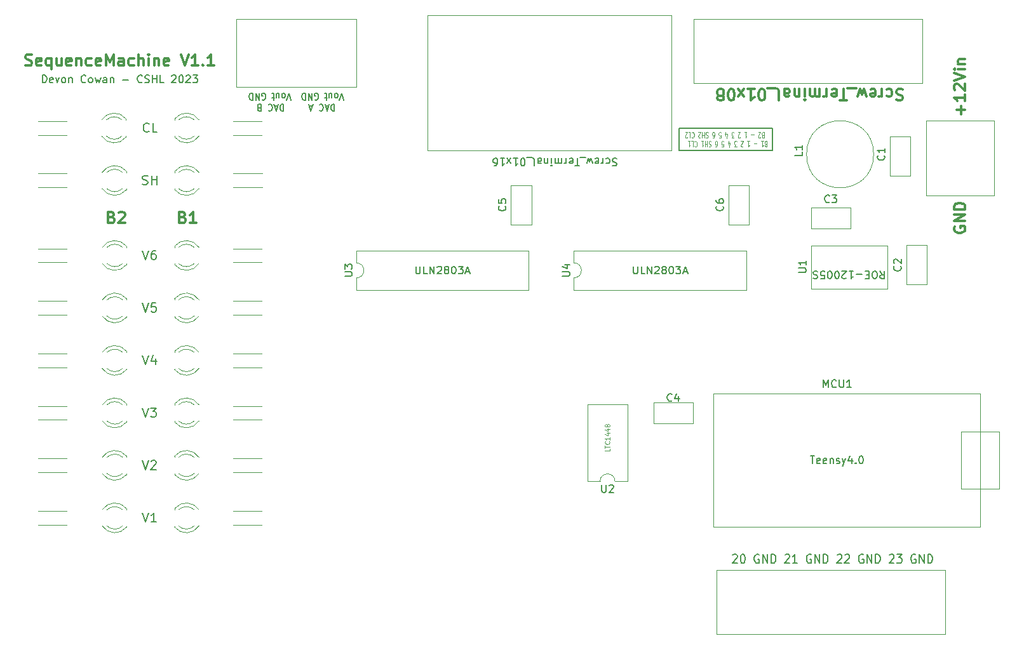
<source format=gbr>
%TF.GenerationSoftware,KiCad,Pcbnew,(6.0.10)*%
%TF.CreationDate,2023-03-29T09:38:32-04:00*%
%TF.ProjectId,SequenceOM,53657175-656e-4636-954f-4d2e6b696361,rev?*%
%TF.SameCoordinates,Original*%
%TF.FileFunction,Legend,Top*%
%TF.FilePolarity,Positive*%
%FSLAX46Y46*%
G04 Gerber Fmt 4.6, Leading zero omitted, Abs format (unit mm)*
G04 Created by KiCad (PCBNEW (6.0.10)) date 2023-03-29 09:38:32*
%MOMM*%
%LPD*%
G01*
G04 APERTURE LIST*
%ADD10C,0.150000*%
%ADD11C,0.125000*%
%ADD12C,0.300000*%
%ADD13C,0.200000*%
%ADD14C,0.120000*%
G04 APERTURE END LIST*
D10*
X187500000Y-71000000D02*
X175000000Y-71000000D01*
X175000000Y-71000000D02*
X175000000Y-68000000D01*
X175000000Y-68000000D02*
X187500000Y-68000000D01*
X187500000Y-68000000D02*
X187500000Y-71000000D01*
D11*
X186583333Y-70157321D02*
X186511904Y-70121607D01*
X186488095Y-70085892D01*
X186464285Y-70014464D01*
X186464285Y-69907321D01*
X186488095Y-69835892D01*
X186511904Y-69800178D01*
X186559523Y-69764464D01*
X186750000Y-69764464D01*
X186750000Y-70514464D01*
X186583333Y-70514464D01*
X186535714Y-70478750D01*
X186511904Y-70443035D01*
X186488095Y-70371607D01*
X186488095Y-70300178D01*
X186511904Y-70228750D01*
X186535714Y-70193035D01*
X186583333Y-70157321D01*
X186750000Y-70157321D01*
X185988095Y-69764464D02*
X186273809Y-69764464D01*
X186130952Y-69764464D02*
X186130952Y-70514464D01*
X186178571Y-70407321D01*
X186226190Y-70335892D01*
X186273809Y-70300178D01*
X185392857Y-70050178D02*
X185011904Y-70050178D01*
X184130952Y-69764464D02*
X184416666Y-69764464D01*
X184273809Y-69764464D02*
X184273809Y-70514464D01*
X184321428Y-70407321D01*
X184369047Y-70335892D01*
X184416666Y-70300178D01*
X183559523Y-70443035D02*
X183535714Y-70478750D01*
X183488095Y-70514464D01*
X183369047Y-70514464D01*
X183321428Y-70478750D01*
X183297619Y-70443035D01*
X183273809Y-70371607D01*
X183273809Y-70300178D01*
X183297619Y-70193035D01*
X183583333Y-69764464D01*
X183273809Y-69764464D01*
X182726190Y-70514464D02*
X182416666Y-70514464D01*
X182583333Y-70228750D01*
X182511904Y-70228750D01*
X182464285Y-70193035D01*
X182440476Y-70157321D01*
X182416666Y-70085892D01*
X182416666Y-69907321D01*
X182440476Y-69835892D01*
X182464285Y-69800178D01*
X182511904Y-69764464D01*
X182654761Y-69764464D01*
X182702380Y-69800178D01*
X182726190Y-69835892D01*
X181607142Y-70264464D02*
X181607142Y-69764464D01*
X181726190Y-70550178D02*
X181845238Y-70014464D01*
X181535714Y-70014464D01*
X180726190Y-70514464D02*
X180964285Y-70514464D01*
X180988095Y-70157321D01*
X180964285Y-70193035D01*
X180916666Y-70228750D01*
X180797619Y-70228750D01*
X180750000Y-70193035D01*
X180726190Y-70157321D01*
X180702380Y-70085892D01*
X180702380Y-69907321D01*
X180726190Y-69835892D01*
X180750000Y-69800178D01*
X180797619Y-69764464D01*
X180916666Y-69764464D01*
X180964285Y-69800178D01*
X180988095Y-69835892D01*
X179892857Y-70514464D02*
X179988095Y-70514464D01*
X180035714Y-70478750D01*
X180059523Y-70443035D01*
X180107142Y-70335892D01*
X180130952Y-70193035D01*
X180130952Y-69907321D01*
X180107142Y-69835892D01*
X180083333Y-69800178D01*
X180035714Y-69764464D01*
X179940476Y-69764464D01*
X179892857Y-69800178D01*
X179869047Y-69835892D01*
X179845238Y-69907321D01*
X179845238Y-70085892D01*
X179869047Y-70157321D01*
X179892857Y-70193035D01*
X179940476Y-70228750D01*
X180035714Y-70228750D01*
X180083333Y-70193035D01*
X180107142Y-70157321D01*
X180130952Y-70085892D01*
X179273809Y-69800178D02*
X179202380Y-69764464D01*
X179083333Y-69764464D01*
X179035714Y-69800178D01*
X179011904Y-69835892D01*
X178988095Y-69907321D01*
X178988095Y-69978750D01*
X179011904Y-70050178D01*
X179035714Y-70085892D01*
X179083333Y-70121607D01*
X179178571Y-70157321D01*
X179226190Y-70193035D01*
X179250000Y-70228750D01*
X179273809Y-70300178D01*
X179273809Y-70371607D01*
X179250000Y-70443035D01*
X179226190Y-70478750D01*
X179178571Y-70514464D01*
X179059523Y-70514464D01*
X178988095Y-70478750D01*
X178773809Y-69764464D02*
X178773809Y-70514464D01*
X178773809Y-70157321D02*
X178488095Y-70157321D01*
X178488095Y-69764464D02*
X178488095Y-70514464D01*
X177988095Y-69764464D02*
X178273809Y-69764464D01*
X178130952Y-69764464D02*
X178130952Y-70514464D01*
X178178571Y-70407321D01*
X178226190Y-70335892D01*
X178273809Y-70300178D01*
X177107142Y-69835892D02*
X177130952Y-69800178D01*
X177202380Y-69764464D01*
X177250000Y-69764464D01*
X177321428Y-69800178D01*
X177369047Y-69871607D01*
X177392857Y-69943035D01*
X177416666Y-70085892D01*
X177416666Y-70193035D01*
X177392857Y-70335892D01*
X177369047Y-70407321D01*
X177321428Y-70478750D01*
X177250000Y-70514464D01*
X177202380Y-70514464D01*
X177130952Y-70478750D01*
X177107142Y-70443035D01*
X176654761Y-69764464D02*
X176892857Y-69764464D01*
X176892857Y-70514464D01*
X176226190Y-69764464D02*
X176511904Y-69764464D01*
X176369047Y-69764464D02*
X176369047Y-70514464D01*
X176416666Y-70407321D01*
X176464285Y-70335892D01*
X176511904Y-70300178D01*
X186202380Y-68949821D02*
X186130952Y-68914107D01*
X186107142Y-68878392D01*
X186083333Y-68806964D01*
X186083333Y-68699821D01*
X186107142Y-68628392D01*
X186130952Y-68592678D01*
X186178571Y-68556964D01*
X186369047Y-68556964D01*
X186369047Y-69306964D01*
X186202380Y-69306964D01*
X186154761Y-69271250D01*
X186130952Y-69235535D01*
X186107142Y-69164107D01*
X186107142Y-69092678D01*
X186130952Y-69021250D01*
X186154761Y-68985535D01*
X186202380Y-68949821D01*
X186369047Y-68949821D01*
X185892857Y-69235535D02*
X185869047Y-69271250D01*
X185821428Y-69306964D01*
X185702380Y-69306964D01*
X185654761Y-69271250D01*
X185630952Y-69235535D01*
X185607142Y-69164107D01*
X185607142Y-69092678D01*
X185630952Y-68985535D01*
X185916666Y-68556964D01*
X185607142Y-68556964D01*
X185011904Y-68842678D02*
X184630952Y-68842678D01*
X183750000Y-68556964D02*
X184035714Y-68556964D01*
X183892857Y-68556964D02*
X183892857Y-69306964D01*
X183940476Y-69199821D01*
X183988095Y-69128392D01*
X184035714Y-69092678D01*
X183178571Y-69235535D02*
X183154761Y-69271250D01*
X183107142Y-69306964D01*
X182988095Y-69306964D01*
X182940476Y-69271250D01*
X182916666Y-69235535D01*
X182892857Y-69164107D01*
X182892857Y-69092678D01*
X182916666Y-68985535D01*
X183202380Y-68556964D01*
X182892857Y-68556964D01*
X182345238Y-69306964D02*
X182035714Y-69306964D01*
X182202380Y-69021250D01*
X182130952Y-69021250D01*
X182083333Y-68985535D01*
X182059523Y-68949821D01*
X182035714Y-68878392D01*
X182035714Y-68699821D01*
X182059523Y-68628392D01*
X182083333Y-68592678D01*
X182130952Y-68556964D01*
X182273809Y-68556964D01*
X182321428Y-68592678D01*
X182345238Y-68628392D01*
X181226190Y-69056964D02*
X181226190Y-68556964D01*
X181345238Y-69342678D02*
X181464285Y-68806964D01*
X181154761Y-68806964D01*
X180345238Y-69306964D02*
X180583333Y-69306964D01*
X180607142Y-68949821D01*
X180583333Y-68985535D01*
X180535714Y-69021250D01*
X180416666Y-69021250D01*
X180369047Y-68985535D01*
X180345238Y-68949821D01*
X180321428Y-68878392D01*
X180321428Y-68699821D01*
X180345238Y-68628392D01*
X180369047Y-68592678D01*
X180416666Y-68556964D01*
X180535714Y-68556964D01*
X180583333Y-68592678D01*
X180607142Y-68628392D01*
X179511904Y-69306964D02*
X179607142Y-69306964D01*
X179654761Y-69271250D01*
X179678571Y-69235535D01*
X179726190Y-69128392D01*
X179750000Y-68985535D01*
X179750000Y-68699821D01*
X179726190Y-68628392D01*
X179702380Y-68592678D01*
X179654761Y-68556964D01*
X179559523Y-68556964D01*
X179511904Y-68592678D01*
X179488095Y-68628392D01*
X179464285Y-68699821D01*
X179464285Y-68878392D01*
X179488095Y-68949821D01*
X179511904Y-68985535D01*
X179559523Y-69021250D01*
X179654761Y-69021250D01*
X179702380Y-68985535D01*
X179726190Y-68949821D01*
X179750000Y-68878392D01*
X178892857Y-68592678D02*
X178821428Y-68556964D01*
X178702380Y-68556964D01*
X178654761Y-68592678D01*
X178630952Y-68628392D01*
X178607142Y-68699821D01*
X178607142Y-68771250D01*
X178630952Y-68842678D01*
X178654761Y-68878392D01*
X178702380Y-68914107D01*
X178797619Y-68949821D01*
X178845238Y-68985535D01*
X178869047Y-69021250D01*
X178892857Y-69092678D01*
X178892857Y-69164107D01*
X178869047Y-69235535D01*
X178845238Y-69271250D01*
X178797619Y-69306964D01*
X178678571Y-69306964D01*
X178607142Y-69271250D01*
X178392857Y-68556964D02*
X178392857Y-69306964D01*
X178392857Y-68949821D02*
X178107142Y-68949821D01*
X178107142Y-68556964D02*
X178107142Y-69306964D01*
X177892857Y-69235535D02*
X177869047Y-69271250D01*
X177821428Y-69306964D01*
X177702380Y-69306964D01*
X177654761Y-69271250D01*
X177630952Y-69235535D01*
X177607142Y-69164107D01*
X177607142Y-69092678D01*
X177630952Y-68985535D01*
X177916666Y-68556964D01*
X177607142Y-68556964D01*
X176726190Y-68628392D02*
X176750000Y-68592678D01*
X176821428Y-68556964D01*
X176869047Y-68556964D01*
X176940476Y-68592678D01*
X176988095Y-68664107D01*
X177011904Y-68735535D01*
X177035714Y-68878392D01*
X177035714Y-68985535D01*
X177011904Y-69128392D01*
X176988095Y-69199821D01*
X176940476Y-69271250D01*
X176869047Y-69306964D01*
X176821428Y-69306964D01*
X176750000Y-69271250D01*
X176726190Y-69235535D01*
X176273809Y-68556964D02*
X176511904Y-68556964D01*
X176511904Y-69306964D01*
X176130952Y-69235535D02*
X176107142Y-69271250D01*
X176059523Y-69306964D01*
X175940476Y-69306964D01*
X175892857Y-69271250D01*
X175869047Y-69235535D01*
X175845238Y-69164107D01*
X175845238Y-69092678D01*
X175869047Y-68985535D01*
X176154761Y-68556964D01*
X175845238Y-68556964D01*
D12*
X108892857Y-79892857D02*
X109107142Y-79964285D01*
X109178571Y-80035714D01*
X109250000Y-80178571D01*
X109250000Y-80392857D01*
X109178571Y-80535714D01*
X109107142Y-80607142D01*
X108964285Y-80678571D01*
X108392857Y-80678571D01*
X108392857Y-79178571D01*
X108892857Y-79178571D01*
X109035714Y-79250000D01*
X109107142Y-79321428D01*
X109178571Y-79464285D01*
X109178571Y-79607142D01*
X109107142Y-79750000D01*
X109035714Y-79821428D01*
X108892857Y-79892857D01*
X108392857Y-79892857D01*
X110678571Y-80678571D02*
X109821428Y-80678571D01*
X110250000Y-80678571D02*
X110250000Y-79178571D01*
X110107142Y-79392857D01*
X109964285Y-79535714D01*
X109821428Y-79607142D01*
D13*
X104385714Y-68428571D02*
X104328571Y-68485714D01*
X104157142Y-68542857D01*
X104042857Y-68542857D01*
X103871428Y-68485714D01*
X103757142Y-68371428D01*
X103700000Y-68257142D01*
X103642857Y-68028571D01*
X103642857Y-67857142D01*
X103700000Y-67628571D01*
X103757142Y-67514285D01*
X103871428Y-67400000D01*
X104042857Y-67342857D01*
X104157142Y-67342857D01*
X104328571Y-67400000D01*
X104385714Y-67457142D01*
X105471428Y-68542857D02*
X104900000Y-68542857D01*
X104900000Y-67342857D01*
X182190476Y-124957142D02*
X182241666Y-124900000D01*
X182344047Y-124842857D01*
X182599999Y-124842857D01*
X182702380Y-124900000D01*
X182753571Y-124957142D01*
X182804761Y-125071428D01*
X182804761Y-125185714D01*
X182753571Y-125357142D01*
X182139285Y-126042857D01*
X182804761Y-126042857D01*
X183470238Y-124842857D02*
X183572619Y-124842857D01*
X183674999Y-124900000D01*
X183726190Y-124957142D01*
X183777380Y-125071428D01*
X183828571Y-125300000D01*
X183828571Y-125585714D01*
X183777380Y-125814285D01*
X183726190Y-125928571D01*
X183674999Y-125985714D01*
X183572619Y-126042857D01*
X183470238Y-126042857D01*
X183367857Y-125985714D01*
X183316666Y-125928571D01*
X183265476Y-125814285D01*
X183214285Y-125585714D01*
X183214285Y-125300000D01*
X183265476Y-125071428D01*
X183316666Y-124957142D01*
X183367857Y-124900000D01*
X183470238Y-124842857D01*
X185671428Y-124900000D02*
X185569047Y-124842857D01*
X185415476Y-124842857D01*
X185261904Y-124900000D01*
X185159523Y-125014285D01*
X185108333Y-125128571D01*
X185057142Y-125357142D01*
X185057142Y-125528571D01*
X185108333Y-125757142D01*
X185159523Y-125871428D01*
X185261904Y-125985714D01*
X185415476Y-126042857D01*
X185517857Y-126042857D01*
X185671428Y-125985714D01*
X185722619Y-125928571D01*
X185722619Y-125528571D01*
X185517857Y-125528571D01*
X186183333Y-126042857D02*
X186183333Y-124842857D01*
X186797619Y-126042857D01*
X186797619Y-124842857D01*
X187309523Y-126042857D02*
X187309523Y-124842857D01*
X187565476Y-124842857D01*
X187719047Y-124900000D01*
X187821428Y-125014285D01*
X187872619Y-125128571D01*
X187923809Y-125357142D01*
X187923809Y-125528571D01*
X187872619Y-125757142D01*
X187821428Y-125871428D01*
X187719047Y-125985714D01*
X187565476Y-126042857D01*
X187309523Y-126042857D01*
X189152380Y-124957142D02*
X189203571Y-124900000D01*
X189305952Y-124842857D01*
X189561904Y-124842857D01*
X189664285Y-124900000D01*
X189715476Y-124957142D01*
X189766666Y-125071428D01*
X189766666Y-125185714D01*
X189715476Y-125357142D01*
X189101190Y-126042857D01*
X189766666Y-126042857D01*
X190790476Y-126042857D02*
X190176190Y-126042857D01*
X190483333Y-126042857D02*
X190483333Y-124842857D01*
X190380952Y-125014285D01*
X190278571Y-125128571D01*
X190176190Y-125185714D01*
X192633333Y-124900000D02*
X192530952Y-124842857D01*
X192377380Y-124842857D01*
X192223809Y-124900000D01*
X192121428Y-125014285D01*
X192070238Y-125128571D01*
X192019047Y-125357142D01*
X192019047Y-125528571D01*
X192070238Y-125757142D01*
X192121428Y-125871428D01*
X192223809Y-125985714D01*
X192377380Y-126042857D01*
X192479761Y-126042857D01*
X192633333Y-125985714D01*
X192684523Y-125928571D01*
X192684523Y-125528571D01*
X192479761Y-125528571D01*
X193145238Y-126042857D02*
X193145238Y-124842857D01*
X193759523Y-126042857D01*
X193759523Y-124842857D01*
X194271428Y-126042857D02*
X194271428Y-124842857D01*
X194527380Y-124842857D01*
X194680952Y-124900000D01*
X194783333Y-125014285D01*
X194834523Y-125128571D01*
X194885714Y-125357142D01*
X194885714Y-125528571D01*
X194834523Y-125757142D01*
X194783333Y-125871428D01*
X194680952Y-125985714D01*
X194527380Y-126042857D01*
X194271428Y-126042857D01*
X196114285Y-124957142D02*
X196165476Y-124900000D01*
X196267857Y-124842857D01*
X196523809Y-124842857D01*
X196626190Y-124900000D01*
X196677380Y-124957142D01*
X196728571Y-125071428D01*
X196728571Y-125185714D01*
X196677380Y-125357142D01*
X196063095Y-126042857D01*
X196728571Y-126042857D01*
X197138095Y-124957142D02*
X197189285Y-124900000D01*
X197291666Y-124842857D01*
X197547619Y-124842857D01*
X197649999Y-124900000D01*
X197701190Y-124957142D01*
X197752380Y-125071428D01*
X197752380Y-125185714D01*
X197701190Y-125357142D01*
X197086904Y-126042857D01*
X197752380Y-126042857D01*
X199595238Y-124900000D02*
X199492857Y-124842857D01*
X199339285Y-124842857D01*
X199185714Y-124900000D01*
X199083333Y-125014285D01*
X199032142Y-125128571D01*
X198980952Y-125357142D01*
X198980952Y-125528571D01*
X199032142Y-125757142D01*
X199083333Y-125871428D01*
X199185714Y-125985714D01*
X199339285Y-126042857D01*
X199441666Y-126042857D01*
X199595238Y-125985714D01*
X199646428Y-125928571D01*
X199646428Y-125528571D01*
X199441666Y-125528571D01*
X200107142Y-126042857D02*
X200107142Y-124842857D01*
X200721428Y-126042857D01*
X200721428Y-124842857D01*
X201233333Y-126042857D02*
X201233333Y-124842857D01*
X201489285Y-124842857D01*
X201642857Y-124900000D01*
X201745238Y-125014285D01*
X201796428Y-125128571D01*
X201847619Y-125357142D01*
X201847619Y-125528571D01*
X201796428Y-125757142D01*
X201745238Y-125871428D01*
X201642857Y-125985714D01*
X201489285Y-126042857D01*
X201233333Y-126042857D01*
X203076190Y-124957142D02*
X203127380Y-124900000D01*
X203229761Y-124842857D01*
X203485714Y-124842857D01*
X203588095Y-124900000D01*
X203639285Y-124957142D01*
X203690476Y-125071428D01*
X203690476Y-125185714D01*
X203639285Y-125357142D01*
X203025000Y-126042857D01*
X203690476Y-126042857D01*
X204048809Y-124842857D02*
X204714285Y-124842857D01*
X204355952Y-125300000D01*
X204509523Y-125300000D01*
X204611904Y-125357142D01*
X204663095Y-125414285D01*
X204714285Y-125528571D01*
X204714285Y-125814285D01*
X204663095Y-125928571D01*
X204611904Y-125985714D01*
X204509523Y-126042857D01*
X204202380Y-126042857D01*
X204099999Y-125985714D01*
X204048809Y-125928571D01*
X206557142Y-124900000D02*
X206454761Y-124842857D01*
X206301190Y-124842857D01*
X206147619Y-124900000D01*
X206045238Y-125014285D01*
X205994047Y-125128571D01*
X205942857Y-125357142D01*
X205942857Y-125528571D01*
X205994047Y-125757142D01*
X206045238Y-125871428D01*
X206147619Y-125985714D01*
X206301190Y-126042857D01*
X206403571Y-126042857D01*
X206557142Y-125985714D01*
X206608333Y-125928571D01*
X206608333Y-125528571D01*
X206403571Y-125528571D01*
X207069047Y-126042857D02*
X207069047Y-124842857D01*
X207683333Y-126042857D01*
X207683333Y-124842857D01*
X208195238Y-126042857D02*
X208195238Y-124842857D01*
X208451190Y-124842857D01*
X208604761Y-124900000D01*
X208707142Y-125014285D01*
X208758333Y-125128571D01*
X208809523Y-125357142D01*
X208809523Y-125528571D01*
X208758333Y-125757142D01*
X208707142Y-125871428D01*
X208604761Y-125985714D01*
X208451190Y-126042857D01*
X208195238Y-126042857D01*
D12*
X87928571Y-59607142D02*
X88142857Y-59678571D01*
X88500000Y-59678571D01*
X88642857Y-59607142D01*
X88714285Y-59535714D01*
X88785714Y-59392857D01*
X88785714Y-59250000D01*
X88714285Y-59107142D01*
X88642857Y-59035714D01*
X88500000Y-58964285D01*
X88214285Y-58892857D01*
X88071428Y-58821428D01*
X88000000Y-58750000D01*
X87928571Y-58607142D01*
X87928571Y-58464285D01*
X88000000Y-58321428D01*
X88071428Y-58250000D01*
X88214285Y-58178571D01*
X88571428Y-58178571D01*
X88785714Y-58250000D01*
X90000000Y-59607142D02*
X89857142Y-59678571D01*
X89571428Y-59678571D01*
X89428571Y-59607142D01*
X89357142Y-59464285D01*
X89357142Y-58892857D01*
X89428571Y-58750000D01*
X89571428Y-58678571D01*
X89857142Y-58678571D01*
X90000000Y-58750000D01*
X90071428Y-58892857D01*
X90071428Y-59035714D01*
X89357142Y-59178571D01*
X91357142Y-58678571D02*
X91357142Y-60178571D01*
X91357142Y-59607142D02*
X91214285Y-59678571D01*
X90928571Y-59678571D01*
X90785714Y-59607142D01*
X90714285Y-59535714D01*
X90642857Y-59392857D01*
X90642857Y-58964285D01*
X90714285Y-58821428D01*
X90785714Y-58750000D01*
X90928571Y-58678571D01*
X91214285Y-58678571D01*
X91357142Y-58750000D01*
X92714285Y-58678571D02*
X92714285Y-59678571D01*
X92071428Y-58678571D02*
X92071428Y-59464285D01*
X92142857Y-59607142D01*
X92285714Y-59678571D01*
X92500000Y-59678571D01*
X92642857Y-59607142D01*
X92714285Y-59535714D01*
X94000000Y-59607142D02*
X93857142Y-59678571D01*
X93571428Y-59678571D01*
X93428571Y-59607142D01*
X93357142Y-59464285D01*
X93357142Y-58892857D01*
X93428571Y-58750000D01*
X93571428Y-58678571D01*
X93857142Y-58678571D01*
X94000000Y-58750000D01*
X94071428Y-58892857D01*
X94071428Y-59035714D01*
X93357142Y-59178571D01*
X94714285Y-58678571D02*
X94714285Y-59678571D01*
X94714285Y-58821428D02*
X94785714Y-58750000D01*
X94928571Y-58678571D01*
X95142857Y-58678571D01*
X95285714Y-58750000D01*
X95357142Y-58892857D01*
X95357142Y-59678571D01*
X96714285Y-59607142D02*
X96571428Y-59678571D01*
X96285714Y-59678571D01*
X96142857Y-59607142D01*
X96071428Y-59535714D01*
X96000000Y-59392857D01*
X96000000Y-58964285D01*
X96071428Y-58821428D01*
X96142857Y-58750000D01*
X96285714Y-58678571D01*
X96571428Y-58678571D01*
X96714285Y-58750000D01*
X97928571Y-59607142D02*
X97785714Y-59678571D01*
X97500000Y-59678571D01*
X97357142Y-59607142D01*
X97285714Y-59464285D01*
X97285714Y-58892857D01*
X97357142Y-58750000D01*
X97500000Y-58678571D01*
X97785714Y-58678571D01*
X97928571Y-58750000D01*
X98000000Y-58892857D01*
X98000000Y-59035714D01*
X97285714Y-59178571D01*
X98642857Y-59678571D02*
X98642857Y-58178571D01*
X99142857Y-59250000D01*
X99642857Y-58178571D01*
X99642857Y-59678571D01*
X101000000Y-59678571D02*
X101000000Y-58892857D01*
X100928571Y-58750000D01*
X100785714Y-58678571D01*
X100500000Y-58678571D01*
X100357142Y-58750000D01*
X101000000Y-59607142D02*
X100857142Y-59678571D01*
X100500000Y-59678571D01*
X100357142Y-59607142D01*
X100285714Y-59464285D01*
X100285714Y-59321428D01*
X100357142Y-59178571D01*
X100500000Y-59107142D01*
X100857142Y-59107142D01*
X101000000Y-59035714D01*
X102357142Y-59607142D02*
X102214285Y-59678571D01*
X101928571Y-59678571D01*
X101785714Y-59607142D01*
X101714285Y-59535714D01*
X101642857Y-59392857D01*
X101642857Y-58964285D01*
X101714285Y-58821428D01*
X101785714Y-58750000D01*
X101928571Y-58678571D01*
X102214285Y-58678571D01*
X102357142Y-58750000D01*
X103000000Y-59678571D02*
X103000000Y-58178571D01*
X103642857Y-59678571D02*
X103642857Y-58892857D01*
X103571428Y-58750000D01*
X103428571Y-58678571D01*
X103214285Y-58678571D01*
X103071428Y-58750000D01*
X103000000Y-58821428D01*
X104357142Y-59678571D02*
X104357142Y-58678571D01*
X104357142Y-58178571D02*
X104285714Y-58250000D01*
X104357142Y-58321428D01*
X104428571Y-58250000D01*
X104357142Y-58178571D01*
X104357142Y-58321428D01*
X105071428Y-58678571D02*
X105071428Y-59678571D01*
X105071428Y-58821428D02*
X105142857Y-58750000D01*
X105285714Y-58678571D01*
X105500000Y-58678571D01*
X105642857Y-58750000D01*
X105714285Y-58892857D01*
X105714285Y-59678571D01*
X107000000Y-59607142D02*
X106857142Y-59678571D01*
X106571428Y-59678571D01*
X106428571Y-59607142D01*
X106357142Y-59464285D01*
X106357142Y-58892857D01*
X106428571Y-58750000D01*
X106571428Y-58678571D01*
X106857142Y-58678571D01*
X107000000Y-58750000D01*
X107071428Y-58892857D01*
X107071428Y-59035714D01*
X106357142Y-59178571D01*
X108642857Y-58178571D02*
X109142857Y-59678571D01*
X109642857Y-58178571D01*
X110928571Y-59678571D02*
X110071428Y-59678571D01*
X110500000Y-59678571D02*
X110500000Y-58178571D01*
X110357142Y-58392857D01*
X110214285Y-58535714D01*
X110071428Y-58607142D01*
X111571428Y-59535714D02*
X111642857Y-59607142D01*
X111571428Y-59678571D01*
X111500000Y-59607142D01*
X111571428Y-59535714D01*
X111571428Y-59678571D01*
X113071428Y-59678571D02*
X112214285Y-59678571D01*
X112642857Y-59678571D02*
X112642857Y-58178571D01*
X112500000Y-58392857D01*
X112357142Y-58535714D01*
X112214285Y-58607142D01*
X212607142Y-66178571D02*
X212607142Y-65035714D01*
X213178571Y-65607142D02*
X212035714Y-65607142D01*
X213178571Y-63535714D02*
X213178571Y-64392857D01*
X213178571Y-63964285D02*
X211678571Y-63964285D01*
X211892857Y-64107142D01*
X212035714Y-64250000D01*
X212107142Y-64392857D01*
X211821428Y-62964285D02*
X211750000Y-62892857D01*
X211678571Y-62750000D01*
X211678571Y-62392857D01*
X211750000Y-62250000D01*
X211821428Y-62178571D01*
X211964285Y-62107142D01*
X212107142Y-62107142D01*
X212321428Y-62178571D01*
X213178571Y-63035714D01*
X213178571Y-62107142D01*
X211678571Y-61678571D02*
X213178571Y-61178571D01*
X211678571Y-60678571D01*
X213178571Y-60178571D02*
X212178571Y-60178571D01*
X211678571Y-60178571D02*
X211750000Y-60250000D01*
X211821428Y-60178571D01*
X211750000Y-60107142D01*
X211678571Y-60178571D01*
X211821428Y-60178571D01*
X212178571Y-59464285D02*
X213178571Y-59464285D01*
X212321428Y-59464285D02*
X212250000Y-59392857D01*
X212178571Y-59250000D01*
X212178571Y-59035714D01*
X212250000Y-58892857D01*
X212392857Y-58821428D01*
X213178571Y-58821428D01*
D13*
X103528571Y-105342857D02*
X103928571Y-106542857D01*
X104328571Y-105342857D01*
X104614285Y-105342857D02*
X105357142Y-105342857D01*
X104957142Y-105800000D01*
X105128571Y-105800000D01*
X105242857Y-105857142D01*
X105300000Y-105914285D01*
X105357142Y-106028571D01*
X105357142Y-106314285D01*
X105300000Y-106428571D01*
X105242857Y-106485714D01*
X105128571Y-106542857D01*
X104785714Y-106542857D01*
X104671428Y-106485714D01*
X104614285Y-106428571D01*
X90190476Y-61952380D02*
X90190476Y-60952380D01*
X90428571Y-60952380D01*
X90571428Y-61000000D01*
X90666666Y-61095238D01*
X90714285Y-61190476D01*
X90761904Y-61380952D01*
X90761904Y-61523809D01*
X90714285Y-61714285D01*
X90666666Y-61809523D01*
X90571428Y-61904761D01*
X90428571Y-61952380D01*
X90190476Y-61952380D01*
X91571428Y-61904761D02*
X91476190Y-61952380D01*
X91285714Y-61952380D01*
X91190476Y-61904761D01*
X91142857Y-61809523D01*
X91142857Y-61428571D01*
X91190476Y-61333333D01*
X91285714Y-61285714D01*
X91476190Y-61285714D01*
X91571428Y-61333333D01*
X91619047Y-61428571D01*
X91619047Y-61523809D01*
X91142857Y-61619047D01*
X91952380Y-61285714D02*
X92190476Y-61952380D01*
X92428571Y-61285714D01*
X92952380Y-61952380D02*
X92857142Y-61904761D01*
X92809523Y-61857142D01*
X92761904Y-61761904D01*
X92761904Y-61476190D01*
X92809523Y-61380952D01*
X92857142Y-61333333D01*
X92952380Y-61285714D01*
X93095238Y-61285714D01*
X93190476Y-61333333D01*
X93238095Y-61380952D01*
X93285714Y-61476190D01*
X93285714Y-61761904D01*
X93238095Y-61857142D01*
X93190476Y-61904761D01*
X93095238Y-61952380D01*
X92952380Y-61952380D01*
X93714285Y-61285714D02*
X93714285Y-61952380D01*
X93714285Y-61380952D02*
X93761904Y-61333333D01*
X93857142Y-61285714D01*
X94000000Y-61285714D01*
X94095238Y-61333333D01*
X94142857Y-61428571D01*
X94142857Y-61952380D01*
X95952380Y-61857142D02*
X95904761Y-61904761D01*
X95761904Y-61952380D01*
X95666666Y-61952380D01*
X95523809Y-61904761D01*
X95428571Y-61809523D01*
X95380952Y-61714285D01*
X95333333Y-61523809D01*
X95333333Y-61380952D01*
X95380952Y-61190476D01*
X95428571Y-61095238D01*
X95523809Y-61000000D01*
X95666666Y-60952380D01*
X95761904Y-60952380D01*
X95904761Y-61000000D01*
X95952380Y-61047619D01*
X96523809Y-61952380D02*
X96428571Y-61904761D01*
X96380952Y-61857142D01*
X96333333Y-61761904D01*
X96333333Y-61476190D01*
X96380952Y-61380952D01*
X96428571Y-61333333D01*
X96523809Y-61285714D01*
X96666666Y-61285714D01*
X96761904Y-61333333D01*
X96809523Y-61380952D01*
X96857142Y-61476190D01*
X96857142Y-61761904D01*
X96809523Y-61857142D01*
X96761904Y-61904761D01*
X96666666Y-61952380D01*
X96523809Y-61952380D01*
X97190476Y-61285714D02*
X97380952Y-61952380D01*
X97571428Y-61476190D01*
X97761904Y-61952380D01*
X97952380Y-61285714D01*
X98761904Y-61952380D02*
X98761904Y-61428571D01*
X98714285Y-61333333D01*
X98619047Y-61285714D01*
X98428571Y-61285714D01*
X98333333Y-61333333D01*
X98761904Y-61904761D02*
X98666666Y-61952380D01*
X98428571Y-61952380D01*
X98333333Y-61904761D01*
X98285714Y-61809523D01*
X98285714Y-61714285D01*
X98333333Y-61619047D01*
X98428571Y-61571428D01*
X98666666Y-61571428D01*
X98761904Y-61523809D01*
X99238095Y-61285714D02*
X99238095Y-61952380D01*
X99238095Y-61380952D02*
X99285714Y-61333333D01*
X99380952Y-61285714D01*
X99523809Y-61285714D01*
X99619047Y-61333333D01*
X99666666Y-61428571D01*
X99666666Y-61952380D01*
X100904761Y-61571428D02*
X101666666Y-61571428D01*
X103476190Y-61857142D02*
X103428571Y-61904761D01*
X103285714Y-61952380D01*
X103190476Y-61952380D01*
X103047619Y-61904761D01*
X102952380Y-61809523D01*
X102904761Y-61714285D01*
X102857142Y-61523809D01*
X102857142Y-61380952D01*
X102904761Y-61190476D01*
X102952380Y-61095238D01*
X103047619Y-61000000D01*
X103190476Y-60952380D01*
X103285714Y-60952380D01*
X103428571Y-61000000D01*
X103476190Y-61047619D01*
X103857142Y-61904761D02*
X104000000Y-61952380D01*
X104238095Y-61952380D01*
X104333333Y-61904761D01*
X104380952Y-61857142D01*
X104428571Y-61761904D01*
X104428571Y-61666666D01*
X104380952Y-61571428D01*
X104333333Y-61523809D01*
X104238095Y-61476190D01*
X104047619Y-61428571D01*
X103952380Y-61380952D01*
X103904761Y-61333333D01*
X103857142Y-61238095D01*
X103857142Y-61142857D01*
X103904761Y-61047619D01*
X103952380Y-61000000D01*
X104047619Y-60952380D01*
X104285714Y-60952380D01*
X104428571Y-61000000D01*
X104857142Y-61952380D02*
X104857142Y-60952380D01*
X104857142Y-61428571D02*
X105428571Y-61428571D01*
X105428571Y-61952380D02*
X105428571Y-60952380D01*
X106380952Y-61952380D02*
X105904761Y-61952380D01*
X105904761Y-60952380D01*
X107428571Y-61047619D02*
X107476190Y-61000000D01*
X107571428Y-60952380D01*
X107809523Y-60952380D01*
X107904761Y-61000000D01*
X107952380Y-61047619D01*
X108000000Y-61142857D01*
X108000000Y-61238095D01*
X107952380Y-61380952D01*
X107380952Y-61952380D01*
X108000000Y-61952380D01*
X108619047Y-60952380D02*
X108714285Y-60952380D01*
X108809523Y-61000000D01*
X108857142Y-61047619D01*
X108904761Y-61142857D01*
X108952380Y-61333333D01*
X108952380Y-61571428D01*
X108904761Y-61761904D01*
X108857142Y-61857142D01*
X108809523Y-61904761D01*
X108714285Y-61952380D01*
X108619047Y-61952380D01*
X108523809Y-61904761D01*
X108476190Y-61857142D01*
X108428571Y-61761904D01*
X108380952Y-61571428D01*
X108380952Y-61333333D01*
X108428571Y-61142857D01*
X108476190Y-61047619D01*
X108523809Y-61000000D01*
X108619047Y-60952380D01*
X109333333Y-61047619D02*
X109380952Y-61000000D01*
X109476190Y-60952380D01*
X109714285Y-60952380D01*
X109809523Y-61000000D01*
X109857142Y-61047619D01*
X109904761Y-61142857D01*
X109904761Y-61238095D01*
X109857142Y-61380952D01*
X109285714Y-61952380D01*
X109904761Y-61952380D01*
X110238095Y-60952380D02*
X110857142Y-60952380D01*
X110523809Y-61333333D01*
X110666666Y-61333333D01*
X110761904Y-61380952D01*
X110809523Y-61428571D01*
X110857142Y-61523809D01*
X110857142Y-61761904D01*
X110809523Y-61857142D01*
X110761904Y-61904761D01*
X110666666Y-61952380D01*
X110380952Y-61952380D01*
X110285714Y-61904761D01*
X110238095Y-61857142D01*
X103528571Y-112342857D02*
X103928571Y-113542857D01*
X104328571Y-112342857D01*
X104671428Y-112457142D02*
X104728571Y-112400000D01*
X104842857Y-112342857D01*
X105128571Y-112342857D01*
X105242857Y-112400000D01*
X105300000Y-112457142D01*
X105357142Y-112571428D01*
X105357142Y-112685714D01*
X105300000Y-112857142D01*
X104614285Y-113542857D01*
X105357142Y-113542857D01*
X103528571Y-98342857D02*
X103928571Y-99542857D01*
X104328571Y-98342857D01*
X105242857Y-98742857D02*
X105242857Y-99542857D01*
X104957142Y-98285714D02*
X104671428Y-99142857D01*
X105414285Y-99142857D01*
X103528571Y-75485714D02*
X103700000Y-75542857D01*
X103985714Y-75542857D01*
X104100000Y-75485714D01*
X104157142Y-75428571D01*
X104214285Y-75314285D01*
X104214285Y-75200000D01*
X104157142Y-75085714D01*
X104100000Y-75028571D01*
X103985714Y-74971428D01*
X103757142Y-74914285D01*
X103642857Y-74857142D01*
X103585714Y-74800000D01*
X103528571Y-74685714D01*
X103528571Y-74571428D01*
X103585714Y-74457142D01*
X103642857Y-74400000D01*
X103757142Y-74342857D01*
X104042857Y-74342857D01*
X104214285Y-74400000D01*
X104728571Y-75542857D02*
X104728571Y-74342857D01*
X104728571Y-74914285D02*
X105414285Y-74914285D01*
X105414285Y-75542857D02*
X105414285Y-74342857D01*
X103528571Y-119342857D02*
X103928571Y-120542857D01*
X104328571Y-119342857D01*
X105357142Y-120542857D02*
X104671428Y-120542857D01*
X105014285Y-120542857D02*
X105014285Y-119342857D01*
X104900000Y-119514285D01*
X104785714Y-119628571D01*
X104671428Y-119685714D01*
D12*
X99392857Y-79892857D02*
X99607142Y-79964285D01*
X99678571Y-80035714D01*
X99750000Y-80178571D01*
X99750000Y-80392857D01*
X99678571Y-80535714D01*
X99607142Y-80607142D01*
X99464285Y-80678571D01*
X98892857Y-80678571D01*
X98892857Y-79178571D01*
X99392857Y-79178571D01*
X99535714Y-79250000D01*
X99607142Y-79321428D01*
X99678571Y-79464285D01*
X99678571Y-79607142D01*
X99607142Y-79750000D01*
X99535714Y-79821428D01*
X99392857Y-79892857D01*
X98892857Y-79892857D01*
X100321428Y-79321428D02*
X100392857Y-79250000D01*
X100535714Y-79178571D01*
X100892857Y-79178571D01*
X101035714Y-79250000D01*
X101107142Y-79321428D01*
X101178571Y-79464285D01*
X101178571Y-79607142D01*
X101107142Y-79821428D01*
X100250000Y-80678571D01*
X101178571Y-80678571D01*
D13*
X103528571Y-84342857D02*
X103928571Y-85542857D01*
X104328571Y-84342857D01*
X105242857Y-84342857D02*
X105014285Y-84342857D01*
X104900000Y-84400000D01*
X104842857Y-84457142D01*
X104728571Y-84628571D01*
X104671428Y-84857142D01*
X104671428Y-85314285D01*
X104728571Y-85428571D01*
X104785714Y-85485714D01*
X104900000Y-85542857D01*
X105128571Y-85542857D01*
X105242857Y-85485714D01*
X105300000Y-85428571D01*
X105357142Y-85314285D01*
X105357142Y-85028571D01*
X105300000Y-84914285D01*
X105242857Y-84857142D01*
X105128571Y-84800000D01*
X104900000Y-84800000D01*
X104785714Y-84857142D01*
X104728571Y-84914285D01*
X104671428Y-85028571D01*
X103528571Y-91342857D02*
X103928571Y-92542857D01*
X104328571Y-91342857D01*
X105300000Y-91342857D02*
X104728571Y-91342857D01*
X104671428Y-91914285D01*
X104728571Y-91857142D01*
X104842857Y-91800000D01*
X105128571Y-91800000D01*
X105242857Y-91857142D01*
X105300000Y-91914285D01*
X105357142Y-92028571D01*
X105357142Y-92314285D01*
X105300000Y-92428571D01*
X105242857Y-92485714D01*
X105128571Y-92542857D01*
X104842857Y-92542857D01*
X104728571Y-92485714D01*
X104671428Y-92428571D01*
D10*
X129095714Y-64817357D02*
X129095714Y-65717357D01*
X128900476Y-65717357D01*
X128783333Y-65674500D01*
X128705238Y-65588785D01*
X128666190Y-65503071D01*
X128627142Y-65331642D01*
X128627142Y-65203071D01*
X128666190Y-65031642D01*
X128705238Y-64945928D01*
X128783333Y-64860214D01*
X128900476Y-64817357D01*
X129095714Y-64817357D01*
X128314761Y-65074500D02*
X127924285Y-65074500D01*
X128392857Y-64817357D02*
X128119523Y-65717357D01*
X127846190Y-64817357D01*
X127104285Y-64903071D02*
X127143333Y-64860214D01*
X127260476Y-64817357D01*
X127338571Y-64817357D01*
X127455714Y-64860214D01*
X127533809Y-64945928D01*
X127572857Y-65031642D01*
X127611904Y-65203071D01*
X127611904Y-65331642D01*
X127572857Y-65503071D01*
X127533809Y-65588785D01*
X127455714Y-65674500D01*
X127338571Y-65717357D01*
X127260476Y-65717357D01*
X127143333Y-65674500D01*
X127104285Y-65631642D01*
X126167142Y-65074500D02*
X125776666Y-65074500D01*
X126245238Y-64817357D02*
X125971904Y-65717357D01*
X125698571Y-64817357D01*
X122301428Y-64817357D02*
X122301428Y-65717357D01*
X122106190Y-65717357D01*
X121989047Y-65674500D01*
X121910952Y-65588785D01*
X121871904Y-65503071D01*
X121832857Y-65331642D01*
X121832857Y-65203071D01*
X121871904Y-65031642D01*
X121910952Y-64945928D01*
X121989047Y-64860214D01*
X122106190Y-64817357D01*
X122301428Y-64817357D01*
X121520476Y-65074500D02*
X121130000Y-65074500D01*
X121598571Y-64817357D02*
X121325238Y-65717357D01*
X121051904Y-64817357D01*
X120310000Y-64903071D02*
X120349047Y-64860214D01*
X120466190Y-64817357D01*
X120544285Y-64817357D01*
X120661428Y-64860214D01*
X120739523Y-64945928D01*
X120778571Y-65031642D01*
X120817619Y-65203071D01*
X120817619Y-65331642D01*
X120778571Y-65503071D01*
X120739523Y-65588785D01*
X120661428Y-65674500D01*
X120544285Y-65717357D01*
X120466190Y-65717357D01*
X120349047Y-65674500D01*
X120310000Y-65631642D01*
X119060476Y-65288785D02*
X118943333Y-65245928D01*
X118904285Y-65203071D01*
X118865238Y-65117357D01*
X118865238Y-64988785D01*
X118904285Y-64903071D01*
X118943333Y-64860214D01*
X119021428Y-64817357D01*
X119333809Y-64817357D01*
X119333809Y-65717357D01*
X119060476Y-65717357D01*
X118982380Y-65674500D01*
X118943333Y-65631642D01*
X118904285Y-65545928D01*
X118904285Y-65460214D01*
X118943333Y-65374500D01*
X118982380Y-65331642D01*
X119060476Y-65288785D01*
X119333809Y-65288785D01*
X130325714Y-64268357D02*
X130052380Y-63368357D01*
X129779047Y-64268357D01*
X129388571Y-63368357D02*
X129466666Y-63411214D01*
X129505714Y-63454071D01*
X129544761Y-63539785D01*
X129544761Y-63796928D01*
X129505714Y-63882642D01*
X129466666Y-63925500D01*
X129388571Y-63968357D01*
X129271428Y-63968357D01*
X129193333Y-63925500D01*
X129154285Y-63882642D01*
X129115238Y-63796928D01*
X129115238Y-63539785D01*
X129154285Y-63454071D01*
X129193333Y-63411214D01*
X129271428Y-63368357D01*
X129388571Y-63368357D01*
X128412380Y-63968357D02*
X128412380Y-63368357D01*
X128763809Y-63968357D02*
X128763809Y-63496928D01*
X128724761Y-63411214D01*
X128646666Y-63368357D01*
X128529523Y-63368357D01*
X128451428Y-63411214D01*
X128412380Y-63454071D01*
X128139047Y-63968357D02*
X127826666Y-63968357D01*
X128021904Y-64268357D02*
X128021904Y-63496928D01*
X127982857Y-63411214D01*
X127904761Y-63368357D01*
X127826666Y-63368357D01*
X126499047Y-64225500D02*
X126577142Y-64268357D01*
X126694285Y-64268357D01*
X126811428Y-64225500D01*
X126889523Y-64139785D01*
X126928571Y-64054071D01*
X126967619Y-63882642D01*
X126967619Y-63754071D01*
X126928571Y-63582642D01*
X126889523Y-63496928D01*
X126811428Y-63411214D01*
X126694285Y-63368357D01*
X126616190Y-63368357D01*
X126499047Y-63411214D01*
X126460000Y-63454071D01*
X126460000Y-63754071D01*
X126616190Y-63754071D01*
X126108571Y-63368357D02*
X126108571Y-64268357D01*
X125640000Y-63368357D01*
X125640000Y-64268357D01*
X125249523Y-63368357D02*
X125249523Y-64268357D01*
X125054285Y-64268357D01*
X124937142Y-64225500D01*
X124859047Y-64139785D01*
X124820000Y-64054071D01*
X124780952Y-63882642D01*
X124780952Y-63754071D01*
X124820000Y-63582642D01*
X124859047Y-63496928D01*
X124937142Y-63411214D01*
X125054285Y-63368357D01*
X125249523Y-63368357D01*
X123297142Y-64268357D02*
X123023809Y-63368357D01*
X122750476Y-64268357D01*
X122360000Y-63368357D02*
X122438095Y-63411214D01*
X122477142Y-63454071D01*
X122516190Y-63539785D01*
X122516190Y-63796928D01*
X122477142Y-63882642D01*
X122438095Y-63925500D01*
X122360000Y-63968357D01*
X122242857Y-63968357D01*
X122164761Y-63925500D01*
X122125714Y-63882642D01*
X122086666Y-63796928D01*
X122086666Y-63539785D01*
X122125714Y-63454071D01*
X122164761Y-63411214D01*
X122242857Y-63368357D01*
X122360000Y-63368357D01*
X121383809Y-63968357D02*
X121383809Y-63368357D01*
X121735238Y-63968357D02*
X121735238Y-63496928D01*
X121696190Y-63411214D01*
X121618095Y-63368357D01*
X121500952Y-63368357D01*
X121422857Y-63411214D01*
X121383809Y-63454071D01*
X121110476Y-63968357D02*
X120798095Y-63968357D01*
X120993333Y-64268357D02*
X120993333Y-63496928D01*
X120954285Y-63411214D01*
X120876190Y-63368357D01*
X120798095Y-63368357D01*
X119470476Y-64225500D02*
X119548571Y-64268357D01*
X119665714Y-64268357D01*
X119782857Y-64225500D01*
X119860952Y-64139785D01*
X119900000Y-64054071D01*
X119939047Y-63882642D01*
X119939047Y-63754071D01*
X119900000Y-63582642D01*
X119860952Y-63496928D01*
X119782857Y-63411214D01*
X119665714Y-63368357D01*
X119587619Y-63368357D01*
X119470476Y-63411214D01*
X119431428Y-63454071D01*
X119431428Y-63754071D01*
X119587619Y-63754071D01*
X119080000Y-63368357D02*
X119080000Y-64268357D01*
X118611428Y-63368357D01*
X118611428Y-64268357D01*
X118220952Y-63368357D02*
X118220952Y-64268357D01*
X118025714Y-64268357D01*
X117908571Y-64225500D01*
X117830476Y-64139785D01*
X117791428Y-64054071D01*
X117752380Y-63882642D01*
X117752380Y-63754071D01*
X117791428Y-63582642D01*
X117830476Y-63496928D01*
X117908571Y-63411214D01*
X118025714Y-63368357D01*
X118220952Y-63368357D01*
D12*
X211750000Y-81142857D02*
X211678571Y-81285714D01*
X211678571Y-81500000D01*
X211750000Y-81714285D01*
X211892857Y-81857142D01*
X212035714Y-81928571D01*
X212321428Y-82000000D01*
X212535714Y-82000000D01*
X212821428Y-81928571D01*
X212964285Y-81857142D01*
X213107142Y-81714285D01*
X213178571Y-81500000D01*
X213178571Y-81357142D01*
X213107142Y-81142857D01*
X213035714Y-81071428D01*
X212535714Y-81071428D01*
X212535714Y-81357142D01*
X213178571Y-80428571D02*
X211678571Y-80428571D01*
X213178571Y-79571428D01*
X211678571Y-79571428D01*
X213178571Y-78857142D02*
X211678571Y-78857142D01*
X211678571Y-78500000D01*
X211750000Y-78285714D01*
X211892857Y-78142857D01*
X212035714Y-78071428D01*
X212321428Y-78000000D01*
X212535714Y-78000000D01*
X212821428Y-78071428D01*
X212964285Y-78142857D01*
X213107142Y-78285714D01*
X213178571Y-78500000D01*
X213178571Y-78857142D01*
D10*
%TO.C,MCU1*%
X194266666Y-102592380D02*
X194266666Y-101592380D01*
X194600000Y-102306666D01*
X194933333Y-101592380D01*
X194933333Y-102592380D01*
X195980952Y-102497142D02*
X195933333Y-102544761D01*
X195790476Y-102592380D01*
X195695238Y-102592380D01*
X195552380Y-102544761D01*
X195457142Y-102449523D01*
X195409523Y-102354285D01*
X195361904Y-102163809D01*
X195361904Y-102020952D01*
X195409523Y-101830476D01*
X195457142Y-101735238D01*
X195552380Y-101640000D01*
X195695238Y-101592380D01*
X195790476Y-101592380D01*
X195933333Y-101640000D01*
X195980952Y-101687619D01*
X196409523Y-101592380D02*
X196409523Y-102401904D01*
X196457142Y-102497142D01*
X196504761Y-102544761D01*
X196600000Y-102592380D01*
X196790476Y-102592380D01*
X196885714Y-102544761D01*
X196933333Y-102497142D01*
X196980952Y-102401904D01*
X196980952Y-101592380D01*
X197980952Y-102592380D02*
X197409523Y-102592380D01*
X197695238Y-102592380D02*
X197695238Y-101592380D01*
X197600000Y-101735238D01*
X197504761Y-101830476D01*
X197409523Y-101878095D01*
X192528571Y-111752380D02*
X193100000Y-111752380D01*
X192814285Y-112752380D02*
X192814285Y-111752380D01*
X193814285Y-112704761D02*
X193719047Y-112752380D01*
X193528571Y-112752380D01*
X193433333Y-112704761D01*
X193385714Y-112609523D01*
X193385714Y-112228571D01*
X193433333Y-112133333D01*
X193528571Y-112085714D01*
X193719047Y-112085714D01*
X193814285Y-112133333D01*
X193861904Y-112228571D01*
X193861904Y-112323809D01*
X193385714Y-112419047D01*
X194671428Y-112704761D02*
X194576190Y-112752380D01*
X194385714Y-112752380D01*
X194290476Y-112704761D01*
X194242857Y-112609523D01*
X194242857Y-112228571D01*
X194290476Y-112133333D01*
X194385714Y-112085714D01*
X194576190Y-112085714D01*
X194671428Y-112133333D01*
X194719047Y-112228571D01*
X194719047Y-112323809D01*
X194242857Y-112419047D01*
X195147619Y-112085714D02*
X195147619Y-112752380D01*
X195147619Y-112180952D02*
X195195238Y-112133333D01*
X195290476Y-112085714D01*
X195433333Y-112085714D01*
X195528571Y-112133333D01*
X195576190Y-112228571D01*
X195576190Y-112752380D01*
X196004761Y-112704761D02*
X196100000Y-112752380D01*
X196290476Y-112752380D01*
X196385714Y-112704761D01*
X196433333Y-112609523D01*
X196433333Y-112561904D01*
X196385714Y-112466666D01*
X196290476Y-112419047D01*
X196147619Y-112419047D01*
X196052380Y-112371428D01*
X196004761Y-112276190D01*
X196004761Y-112228571D01*
X196052380Y-112133333D01*
X196147619Y-112085714D01*
X196290476Y-112085714D01*
X196385714Y-112133333D01*
X196766666Y-112085714D02*
X197004761Y-112752380D01*
X197242857Y-112085714D02*
X197004761Y-112752380D01*
X196909523Y-112990476D01*
X196861904Y-113038095D01*
X196766666Y-113085714D01*
X198052380Y-112085714D02*
X198052380Y-112752380D01*
X197814285Y-111704761D02*
X197576190Y-112419047D01*
X198195238Y-112419047D01*
X198576190Y-112657142D02*
X198623809Y-112704761D01*
X198576190Y-112752380D01*
X198528571Y-112704761D01*
X198576190Y-112657142D01*
X198576190Y-112752380D01*
X199242857Y-111752380D02*
X199338095Y-111752380D01*
X199433333Y-111800000D01*
X199480952Y-111847619D01*
X199528571Y-111942857D01*
X199576190Y-112133333D01*
X199576190Y-112371428D01*
X199528571Y-112561904D01*
X199480952Y-112657142D01*
X199433333Y-112704761D01*
X199338095Y-112752380D01*
X199242857Y-112752380D01*
X199147619Y-112704761D01*
X199100000Y-112657142D01*
X199052380Y-112561904D01*
X199004761Y-112371428D01*
X199004761Y-112133333D01*
X199052380Y-111942857D01*
X199100000Y-111847619D01*
X199147619Y-111800000D01*
X199242857Y-111752380D01*
%TO.C,L1*%
X191452380Y-71166666D02*
X191452380Y-71642857D01*
X190452380Y-71642857D01*
X191452380Y-70309523D02*
X191452380Y-70880952D01*
X191452380Y-70595238D02*
X190452380Y-70595238D01*
X190595238Y-70690476D01*
X190690476Y-70785714D01*
X190738095Y-70880952D01*
%TO.C,C5*%
X151857142Y-78416666D02*
X151904761Y-78464285D01*
X151952380Y-78607142D01*
X151952380Y-78702380D01*
X151904761Y-78845238D01*
X151809523Y-78940476D01*
X151714285Y-78988095D01*
X151523809Y-79035714D01*
X151380952Y-79035714D01*
X151190476Y-78988095D01*
X151095238Y-78940476D01*
X151000000Y-78845238D01*
X150952380Y-78702380D01*
X150952380Y-78607142D01*
X151000000Y-78464285D01*
X151047619Y-78416666D01*
X150952380Y-77511904D02*
X150952380Y-77988095D01*
X151428571Y-78035714D01*
X151380952Y-77988095D01*
X151333333Y-77892857D01*
X151333333Y-77654761D01*
X151380952Y-77559523D01*
X151428571Y-77511904D01*
X151523809Y-77464285D01*
X151761904Y-77464285D01*
X151857142Y-77511904D01*
X151904761Y-77559523D01*
X151952380Y-77654761D01*
X151952380Y-77892857D01*
X151904761Y-77988095D01*
X151857142Y-78035714D01*
%TO.C,C3*%
X195083333Y-77857142D02*
X195035714Y-77904761D01*
X194892857Y-77952380D01*
X194797619Y-77952380D01*
X194654761Y-77904761D01*
X194559523Y-77809523D01*
X194511904Y-77714285D01*
X194464285Y-77523809D01*
X194464285Y-77380952D01*
X194511904Y-77190476D01*
X194559523Y-77095238D01*
X194654761Y-77000000D01*
X194797619Y-76952380D01*
X194892857Y-76952380D01*
X195035714Y-77000000D01*
X195083333Y-77047619D01*
X195416666Y-76952380D02*
X196035714Y-76952380D01*
X195702380Y-77333333D01*
X195845238Y-77333333D01*
X195940476Y-77380952D01*
X195988095Y-77428571D01*
X196035714Y-77523809D01*
X196035714Y-77761904D01*
X195988095Y-77857142D01*
X195940476Y-77904761D01*
X195845238Y-77952380D01*
X195559523Y-77952380D01*
X195464285Y-77904761D01*
X195416666Y-77857142D01*
%TO.C,J5*%
X166738095Y-72095238D02*
X166595238Y-72047619D01*
X166357142Y-72047619D01*
X166261904Y-72095238D01*
X166214285Y-72142857D01*
X166166666Y-72238095D01*
X166166666Y-72333333D01*
X166214285Y-72428571D01*
X166261904Y-72476190D01*
X166357142Y-72523809D01*
X166547619Y-72571428D01*
X166642857Y-72619047D01*
X166690476Y-72666666D01*
X166738095Y-72761904D01*
X166738095Y-72857142D01*
X166690476Y-72952380D01*
X166642857Y-73000000D01*
X166547619Y-73047619D01*
X166309523Y-73047619D01*
X166166666Y-73000000D01*
X165309523Y-72095238D02*
X165404761Y-72047619D01*
X165595238Y-72047619D01*
X165690476Y-72095238D01*
X165738095Y-72142857D01*
X165785714Y-72238095D01*
X165785714Y-72523809D01*
X165738095Y-72619047D01*
X165690476Y-72666666D01*
X165595238Y-72714285D01*
X165404761Y-72714285D01*
X165309523Y-72666666D01*
X164880952Y-72047619D02*
X164880952Y-72714285D01*
X164880952Y-72523809D02*
X164833333Y-72619047D01*
X164785714Y-72666666D01*
X164690476Y-72714285D01*
X164595238Y-72714285D01*
X163880952Y-72095238D02*
X163976190Y-72047619D01*
X164166666Y-72047619D01*
X164261904Y-72095238D01*
X164309523Y-72190476D01*
X164309523Y-72571428D01*
X164261904Y-72666666D01*
X164166666Y-72714285D01*
X163976190Y-72714285D01*
X163880952Y-72666666D01*
X163833333Y-72571428D01*
X163833333Y-72476190D01*
X164309523Y-72380952D01*
X163500000Y-72714285D02*
X163309523Y-72047619D01*
X163119047Y-72523809D01*
X162928571Y-72047619D01*
X162738095Y-72714285D01*
X162595238Y-71952380D02*
X161833333Y-71952380D01*
X161738095Y-73047619D02*
X161166666Y-73047619D01*
X161452380Y-72047619D02*
X161452380Y-73047619D01*
X160452380Y-72095238D02*
X160547619Y-72047619D01*
X160738095Y-72047619D01*
X160833333Y-72095238D01*
X160880952Y-72190476D01*
X160880952Y-72571428D01*
X160833333Y-72666666D01*
X160738095Y-72714285D01*
X160547619Y-72714285D01*
X160452380Y-72666666D01*
X160404761Y-72571428D01*
X160404761Y-72476190D01*
X160880952Y-72380952D01*
X159976190Y-72047619D02*
X159976190Y-72714285D01*
X159976190Y-72523809D02*
X159928571Y-72619047D01*
X159880952Y-72666666D01*
X159785714Y-72714285D01*
X159690476Y-72714285D01*
X159357142Y-72047619D02*
X159357142Y-72714285D01*
X159357142Y-72619047D02*
X159309523Y-72666666D01*
X159214285Y-72714285D01*
X159071428Y-72714285D01*
X158976190Y-72666666D01*
X158928571Y-72571428D01*
X158928571Y-72047619D01*
X158928571Y-72571428D02*
X158880952Y-72666666D01*
X158785714Y-72714285D01*
X158642857Y-72714285D01*
X158547619Y-72666666D01*
X158500000Y-72571428D01*
X158500000Y-72047619D01*
X158023809Y-72047619D02*
X158023809Y-72714285D01*
X158023809Y-73047619D02*
X158071428Y-73000000D01*
X158023809Y-72952380D01*
X157976190Y-73000000D01*
X158023809Y-73047619D01*
X158023809Y-72952380D01*
X157547619Y-72714285D02*
X157547619Y-72047619D01*
X157547619Y-72619047D02*
X157500000Y-72666666D01*
X157404761Y-72714285D01*
X157261904Y-72714285D01*
X157166666Y-72666666D01*
X157119047Y-72571428D01*
X157119047Y-72047619D01*
X156214285Y-72047619D02*
X156214285Y-72571428D01*
X156261904Y-72666666D01*
X156357142Y-72714285D01*
X156547619Y-72714285D01*
X156642857Y-72666666D01*
X156214285Y-72095238D02*
X156309523Y-72047619D01*
X156547619Y-72047619D01*
X156642857Y-72095238D01*
X156690476Y-72190476D01*
X156690476Y-72285714D01*
X156642857Y-72380952D01*
X156547619Y-72428571D01*
X156309523Y-72428571D01*
X156214285Y-72476190D01*
X155595238Y-72047619D02*
X155690476Y-72095238D01*
X155738095Y-72190476D01*
X155738095Y-73047619D01*
X155452380Y-71952380D02*
X154690476Y-71952380D01*
X154261904Y-73047619D02*
X154166666Y-73047619D01*
X154071428Y-73000000D01*
X154023809Y-72952380D01*
X153976190Y-72857142D01*
X153928571Y-72666666D01*
X153928571Y-72428571D01*
X153976190Y-72238095D01*
X154023809Y-72142857D01*
X154071428Y-72095238D01*
X154166666Y-72047619D01*
X154261904Y-72047619D01*
X154357142Y-72095238D01*
X154404761Y-72142857D01*
X154452380Y-72238095D01*
X154500000Y-72428571D01*
X154500000Y-72666666D01*
X154452380Y-72857142D01*
X154404761Y-72952380D01*
X154357142Y-73000000D01*
X154261904Y-73047619D01*
X152976190Y-72047619D02*
X153547619Y-72047619D01*
X153261904Y-72047619D02*
X153261904Y-73047619D01*
X153357142Y-72904761D01*
X153452380Y-72809523D01*
X153547619Y-72761904D01*
X152642857Y-72047619D02*
X152119047Y-72714285D01*
X152642857Y-72714285D02*
X152119047Y-72047619D01*
X151214285Y-72047619D02*
X151785714Y-72047619D01*
X151500000Y-72047619D02*
X151500000Y-73047619D01*
X151595238Y-72904761D01*
X151690476Y-72809523D01*
X151785714Y-72761904D01*
X150357142Y-73047619D02*
X150547619Y-73047619D01*
X150642857Y-73000000D01*
X150690476Y-72952380D01*
X150785714Y-72809523D01*
X150833333Y-72619047D01*
X150833333Y-72238095D01*
X150785714Y-72142857D01*
X150738095Y-72095238D01*
X150642857Y-72047619D01*
X150452380Y-72047619D01*
X150357142Y-72095238D01*
X150309523Y-72142857D01*
X150261904Y-72238095D01*
X150261904Y-72476190D01*
X150309523Y-72571428D01*
X150357142Y-72619047D01*
X150452380Y-72666666D01*
X150642857Y-72666666D01*
X150738095Y-72619047D01*
X150785714Y-72571428D01*
X150833333Y-72476190D01*
%TO.C,C6*%
X180857142Y-78416666D02*
X180904761Y-78464285D01*
X180952380Y-78607142D01*
X180952380Y-78702380D01*
X180904761Y-78845238D01*
X180809523Y-78940476D01*
X180714285Y-78988095D01*
X180523809Y-79035714D01*
X180380952Y-79035714D01*
X180190476Y-78988095D01*
X180095238Y-78940476D01*
X180000000Y-78845238D01*
X179952380Y-78702380D01*
X179952380Y-78607142D01*
X180000000Y-78464285D01*
X180047619Y-78416666D01*
X179952380Y-77559523D02*
X179952380Y-77750000D01*
X180000000Y-77845238D01*
X180047619Y-77892857D01*
X180190476Y-77988095D01*
X180380952Y-78035714D01*
X180761904Y-78035714D01*
X180857142Y-77988095D01*
X180904761Y-77940476D01*
X180952380Y-77845238D01*
X180952380Y-77654761D01*
X180904761Y-77559523D01*
X180857142Y-77511904D01*
X180761904Y-77464285D01*
X180523809Y-77464285D01*
X180428571Y-77511904D01*
X180380952Y-77559523D01*
X180333333Y-77654761D01*
X180333333Y-77845238D01*
X180380952Y-77940476D01*
X180428571Y-77988095D01*
X180523809Y-78035714D01*
%TO.C,U1*%
X190952380Y-87261904D02*
X191761904Y-87261904D01*
X191857142Y-87214285D01*
X191904761Y-87166666D01*
X191952380Y-87071428D01*
X191952380Y-86880952D01*
X191904761Y-86785714D01*
X191857142Y-86738095D01*
X191761904Y-86690476D01*
X190952380Y-86690476D01*
X191952380Y-85690476D02*
X191952380Y-86261904D01*
X191952380Y-85976190D02*
X190952380Y-85976190D01*
X191095238Y-86071428D01*
X191190476Y-86166666D01*
X191238095Y-86261904D01*
X201832857Y-87087619D02*
X202166190Y-87563809D01*
X202404285Y-87087619D02*
X202404285Y-88087619D01*
X202023333Y-88087619D01*
X201928095Y-88040000D01*
X201880476Y-87992380D01*
X201832857Y-87897142D01*
X201832857Y-87754285D01*
X201880476Y-87659047D01*
X201928095Y-87611428D01*
X202023333Y-87563809D01*
X202404285Y-87563809D01*
X201213809Y-88087619D02*
X201023333Y-88087619D01*
X200928095Y-88040000D01*
X200832857Y-87944761D01*
X200785238Y-87754285D01*
X200785238Y-87420952D01*
X200832857Y-87230476D01*
X200928095Y-87135238D01*
X201023333Y-87087619D01*
X201213809Y-87087619D01*
X201309047Y-87135238D01*
X201404285Y-87230476D01*
X201451904Y-87420952D01*
X201451904Y-87754285D01*
X201404285Y-87944761D01*
X201309047Y-88040000D01*
X201213809Y-88087619D01*
X200356666Y-87611428D02*
X200023333Y-87611428D01*
X199880476Y-87087619D02*
X200356666Y-87087619D01*
X200356666Y-88087619D01*
X199880476Y-88087619D01*
X199451904Y-87468571D02*
X198690000Y-87468571D01*
X197690000Y-87087619D02*
X198261428Y-87087619D01*
X197975714Y-87087619D02*
X197975714Y-88087619D01*
X198070952Y-87944761D01*
X198166190Y-87849523D01*
X198261428Y-87801904D01*
X197309047Y-87992380D02*
X197261428Y-88040000D01*
X197166190Y-88087619D01*
X196928095Y-88087619D01*
X196832857Y-88040000D01*
X196785238Y-87992380D01*
X196737619Y-87897142D01*
X196737619Y-87801904D01*
X196785238Y-87659047D01*
X197356666Y-87087619D01*
X196737619Y-87087619D01*
X196118571Y-88087619D02*
X196023333Y-88087619D01*
X195928095Y-88040000D01*
X195880476Y-87992380D01*
X195832857Y-87897142D01*
X195785238Y-87706666D01*
X195785238Y-87468571D01*
X195832857Y-87278095D01*
X195880476Y-87182857D01*
X195928095Y-87135238D01*
X196023333Y-87087619D01*
X196118571Y-87087619D01*
X196213809Y-87135238D01*
X196261428Y-87182857D01*
X196309047Y-87278095D01*
X196356666Y-87468571D01*
X196356666Y-87706666D01*
X196309047Y-87897142D01*
X196261428Y-87992380D01*
X196213809Y-88040000D01*
X196118571Y-88087619D01*
X195166190Y-88087619D02*
X195070952Y-88087619D01*
X194975714Y-88040000D01*
X194928095Y-87992380D01*
X194880476Y-87897142D01*
X194832857Y-87706666D01*
X194832857Y-87468571D01*
X194880476Y-87278095D01*
X194928095Y-87182857D01*
X194975714Y-87135238D01*
X195070952Y-87087619D01*
X195166190Y-87087619D01*
X195261428Y-87135238D01*
X195309047Y-87182857D01*
X195356666Y-87278095D01*
X195404285Y-87468571D01*
X195404285Y-87706666D01*
X195356666Y-87897142D01*
X195309047Y-87992380D01*
X195261428Y-88040000D01*
X195166190Y-88087619D01*
X193928095Y-88087619D02*
X194404285Y-88087619D01*
X194451904Y-87611428D01*
X194404285Y-87659047D01*
X194309047Y-87706666D01*
X194070952Y-87706666D01*
X193975714Y-87659047D01*
X193928095Y-87611428D01*
X193880476Y-87516190D01*
X193880476Y-87278095D01*
X193928095Y-87182857D01*
X193975714Y-87135238D01*
X194070952Y-87087619D01*
X194309047Y-87087619D01*
X194404285Y-87135238D01*
X194451904Y-87182857D01*
X193499523Y-87135238D02*
X193356666Y-87087619D01*
X193118571Y-87087619D01*
X193023333Y-87135238D01*
X192975714Y-87182857D01*
X192928095Y-87278095D01*
X192928095Y-87373333D01*
X192975714Y-87468571D01*
X193023333Y-87516190D01*
X193118571Y-87563809D01*
X193309047Y-87611428D01*
X193404285Y-87659047D01*
X193451904Y-87706666D01*
X193499523Y-87801904D01*
X193499523Y-87897142D01*
X193451904Y-87992380D01*
X193404285Y-88040000D01*
X193309047Y-88087619D01*
X193070952Y-88087619D01*
X192928095Y-88040000D01*
%TO.C,C1*%
X202357142Y-71666666D02*
X202404761Y-71714285D01*
X202452380Y-71857142D01*
X202452380Y-71952380D01*
X202404761Y-72095238D01*
X202309523Y-72190476D01*
X202214285Y-72238095D01*
X202023809Y-72285714D01*
X201880952Y-72285714D01*
X201690476Y-72238095D01*
X201595238Y-72190476D01*
X201500000Y-72095238D01*
X201452380Y-71952380D01*
X201452380Y-71857142D01*
X201500000Y-71714285D01*
X201547619Y-71666666D01*
X202452380Y-70714285D02*
X202452380Y-71285714D01*
X202452380Y-71000000D02*
X201452380Y-71000000D01*
X201595238Y-71095238D01*
X201690476Y-71190476D01*
X201738095Y-71285714D01*
%TO.C,C4*%
X174083333Y-104357142D02*
X174035714Y-104404761D01*
X173892857Y-104452380D01*
X173797619Y-104452380D01*
X173654761Y-104404761D01*
X173559523Y-104309523D01*
X173511904Y-104214285D01*
X173464285Y-104023809D01*
X173464285Y-103880952D01*
X173511904Y-103690476D01*
X173559523Y-103595238D01*
X173654761Y-103500000D01*
X173797619Y-103452380D01*
X173892857Y-103452380D01*
X174035714Y-103500000D01*
X174083333Y-103547619D01*
X174940476Y-103785714D02*
X174940476Y-104452380D01*
X174702380Y-103404761D02*
X174464285Y-104119047D01*
X175083333Y-104119047D01*
%TO.C,U4*%
X159472380Y-87751904D02*
X160281904Y-87751904D01*
X160377142Y-87704285D01*
X160424761Y-87656666D01*
X160472380Y-87561428D01*
X160472380Y-87370952D01*
X160424761Y-87275714D01*
X160377142Y-87228095D01*
X160281904Y-87180476D01*
X159472380Y-87180476D01*
X159805714Y-86275714D02*
X160472380Y-86275714D01*
X159424761Y-86513809D02*
X160139047Y-86751904D01*
X160139047Y-86132857D01*
X168952380Y-86452380D02*
X168952380Y-87261904D01*
X169000000Y-87357142D01*
X169047619Y-87404761D01*
X169142857Y-87452380D01*
X169333333Y-87452380D01*
X169428571Y-87404761D01*
X169476190Y-87357142D01*
X169523809Y-87261904D01*
X169523809Y-86452380D01*
X170476190Y-87452380D02*
X170000000Y-87452380D01*
X170000000Y-86452380D01*
X170809523Y-87452380D02*
X170809523Y-86452380D01*
X171380952Y-87452380D01*
X171380952Y-86452380D01*
X171809523Y-86547619D02*
X171857142Y-86500000D01*
X171952380Y-86452380D01*
X172190476Y-86452380D01*
X172285714Y-86500000D01*
X172333333Y-86547619D01*
X172380952Y-86642857D01*
X172380952Y-86738095D01*
X172333333Y-86880952D01*
X171761904Y-87452380D01*
X172380952Y-87452380D01*
X172952380Y-86880952D02*
X172857142Y-86833333D01*
X172809523Y-86785714D01*
X172761904Y-86690476D01*
X172761904Y-86642857D01*
X172809523Y-86547619D01*
X172857142Y-86500000D01*
X172952380Y-86452380D01*
X173142857Y-86452380D01*
X173238095Y-86500000D01*
X173285714Y-86547619D01*
X173333333Y-86642857D01*
X173333333Y-86690476D01*
X173285714Y-86785714D01*
X173238095Y-86833333D01*
X173142857Y-86880952D01*
X172952380Y-86880952D01*
X172857142Y-86928571D01*
X172809523Y-86976190D01*
X172761904Y-87071428D01*
X172761904Y-87261904D01*
X172809523Y-87357142D01*
X172857142Y-87404761D01*
X172952380Y-87452380D01*
X173142857Y-87452380D01*
X173238095Y-87404761D01*
X173285714Y-87357142D01*
X173333333Y-87261904D01*
X173333333Y-87071428D01*
X173285714Y-86976190D01*
X173238095Y-86928571D01*
X173142857Y-86880952D01*
X173952380Y-86452380D02*
X174047619Y-86452380D01*
X174142857Y-86500000D01*
X174190476Y-86547619D01*
X174238095Y-86642857D01*
X174285714Y-86833333D01*
X174285714Y-87071428D01*
X174238095Y-87261904D01*
X174190476Y-87357142D01*
X174142857Y-87404761D01*
X174047619Y-87452380D01*
X173952380Y-87452380D01*
X173857142Y-87404761D01*
X173809523Y-87357142D01*
X173761904Y-87261904D01*
X173714285Y-87071428D01*
X173714285Y-86833333D01*
X173761904Y-86642857D01*
X173809523Y-86547619D01*
X173857142Y-86500000D01*
X173952380Y-86452380D01*
X174619047Y-86452380D02*
X175238095Y-86452380D01*
X174904761Y-86833333D01*
X175047619Y-86833333D01*
X175142857Y-86880952D01*
X175190476Y-86928571D01*
X175238095Y-87023809D01*
X175238095Y-87261904D01*
X175190476Y-87357142D01*
X175142857Y-87404761D01*
X175047619Y-87452380D01*
X174761904Y-87452380D01*
X174666666Y-87404761D01*
X174619047Y-87357142D01*
X175619047Y-87166666D02*
X176095238Y-87166666D01*
X175523809Y-87452380D02*
X175857142Y-86452380D01*
X176190476Y-87452380D01*
%TO.C,U2*%
X164738095Y-115592380D02*
X164738095Y-116401904D01*
X164785714Y-116497142D01*
X164833333Y-116544761D01*
X164928571Y-116592380D01*
X165119047Y-116592380D01*
X165214285Y-116544761D01*
X165261904Y-116497142D01*
X165309523Y-116401904D01*
X165309523Y-115592380D01*
X165738095Y-115687619D02*
X165785714Y-115640000D01*
X165880952Y-115592380D01*
X166119047Y-115592380D01*
X166214285Y-115640000D01*
X166261904Y-115687619D01*
X166309523Y-115782857D01*
X166309523Y-115878095D01*
X166261904Y-116020952D01*
X165690476Y-116592380D01*
X166309523Y-116592380D01*
D11*
X165771428Y-110795714D02*
X165771428Y-111081428D01*
X165171428Y-111081428D01*
X165171428Y-110681428D02*
X165171428Y-110338571D01*
X165771428Y-110510000D02*
X165171428Y-110510000D01*
X165714285Y-109795714D02*
X165742857Y-109824285D01*
X165771428Y-109910000D01*
X165771428Y-109967142D01*
X165742857Y-110052857D01*
X165685714Y-110110000D01*
X165628571Y-110138571D01*
X165514285Y-110167142D01*
X165428571Y-110167142D01*
X165314285Y-110138571D01*
X165257142Y-110110000D01*
X165200000Y-110052857D01*
X165171428Y-109967142D01*
X165171428Y-109910000D01*
X165200000Y-109824285D01*
X165228571Y-109795714D01*
X165771428Y-109224285D02*
X165771428Y-109567142D01*
X165771428Y-109395714D02*
X165171428Y-109395714D01*
X165257142Y-109452857D01*
X165314285Y-109510000D01*
X165342857Y-109567142D01*
X165371428Y-108710000D02*
X165771428Y-108710000D01*
X165142857Y-108852857D02*
X165571428Y-108995714D01*
X165571428Y-108624285D01*
X165371428Y-108138571D02*
X165771428Y-108138571D01*
X165142857Y-108281428D02*
X165571428Y-108424285D01*
X165571428Y-108052857D01*
X165428571Y-107738571D02*
X165400000Y-107795714D01*
X165371428Y-107824285D01*
X165314285Y-107852857D01*
X165285714Y-107852857D01*
X165228571Y-107824285D01*
X165200000Y-107795714D01*
X165171428Y-107738571D01*
X165171428Y-107624285D01*
X165200000Y-107567142D01*
X165228571Y-107538571D01*
X165285714Y-107510000D01*
X165314285Y-107510000D01*
X165371428Y-107538571D01*
X165400000Y-107567142D01*
X165428571Y-107624285D01*
X165428571Y-107738571D01*
X165457142Y-107795714D01*
X165485714Y-107824285D01*
X165542857Y-107852857D01*
X165657142Y-107852857D01*
X165714285Y-107824285D01*
X165742857Y-107795714D01*
X165771428Y-107738571D01*
X165771428Y-107624285D01*
X165742857Y-107567142D01*
X165714285Y-107538571D01*
X165657142Y-107510000D01*
X165542857Y-107510000D01*
X165485714Y-107538571D01*
X165457142Y-107567142D01*
X165428571Y-107624285D01*
D10*
%TO.C,U3*%
X130472380Y-87751904D02*
X131281904Y-87751904D01*
X131377142Y-87704285D01*
X131424761Y-87656666D01*
X131472380Y-87561428D01*
X131472380Y-87370952D01*
X131424761Y-87275714D01*
X131377142Y-87228095D01*
X131281904Y-87180476D01*
X130472380Y-87180476D01*
X130472380Y-86799523D02*
X130472380Y-86180476D01*
X130853333Y-86513809D01*
X130853333Y-86370952D01*
X130900952Y-86275714D01*
X130948571Y-86228095D01*
X131043809Y-86180476D01*
X131281904Y-86180476D01*
X131377142Y-86228095D01*
X131424761Y-86275714D01*
X131472380Y-86370952D01*
X131472380Y-86656666D01*
X131424761Y-86751904D01*
X131377142Y-86799523D01*
X139952380Y-86452380D02*
X139952380Y-87261904D01*
X140000000Y-87357142D01*
X140047619Y-87404761D01*
X140142857Y-87452380D01*
X140333333Y-87452380D01*
X140428571Y-87404761D01*
X140476190Y-87357142D01*
X140523809Y-87261904D01*
X140523809Y-86452380D01*
X141476190Y-87452380D02*
X141000000Y-87452380D01*
X141000000Y-86452380D01*
X141809523Y-87452380D02*
X141809523Y-86452380D01*
X142380952Y-87452380D01*
X142380952Y-86452380D01*
X142809523Y-86547619D02*
X142857142Y-86500000D01*
X142952380Y-86452380D01*
X143190476Y-86452380D01*
X143285714Y-86500000D01*
X143333333Y-86547619D01*
X143380952Y-86642857D01*
X143380952Y-86738095D01*
X143333333Y-86880952D01*
X142761904Y-87452380D01*
X143380952Y-87452380D01*
X143952380Y-86880952D02*
X143857142Y-86833333D01*
X143809523Y-86785714D01*
X143761904Y-86690476D01*
X143761904Y-86642857D01*
X143809523Y-86547619D01*
X143857142Y-86500000D01*
X143952380Y-86452380D01*
X144142857Y-86452380D01*
X144238095Y-86500000D01*
X144285714Y-86547619D01*
X144333333Y-86642857D01*
X144333333Y-86690476D01*
X144285714Y-86785714D01*
X144238095Y-86833333D01*
X144142857Y-86880952D01*
X143952380Y-86880952D01*
X143857142Y-86928571D01*
X143809523Y-86976190D01*
X143761904Y-87071428D01*
X143761904Y-87261904D01*
X143809523Y-87357142D01*
X143857142Y-87404761D01*
X143952380Y-87452380D01*
X144142857Y-87452380D01*
X144238095Y-87404761D01*
X144285714Y-87357142D01*
X144333333Y-87261904D01*
X144333333Y-87071428D01*
X144285714Y-86976190D01*
X144238095Y-86928571D01*
X144142857Y-86880952D01*
X144952380Y-86452380D02*
X145047619Y-86452380D01*
X145142857Y-86500000D01*
X145190476Y-86547619D01*
X145238095Y-86642857D01*
X145285714Y-86833333D01*
X145285714Y-87071428D01*
X145238095Y-87261904D01*
X145190476Y-87357142D01*
X145142857Y-87404761D01*
X145047619Y-87452380D01*
X144952380Y-87452380D01*
X144857142Y-87404761D01*
X144809523Y-87357142D01*
X144761904Y-87261904D01*
X144714285Y-87071428D01*
X144714285Y-86833333D01*
X144761904Y-86642857D01*
X144809523Y-86547619D01*
X144857142Y-86500000D01*
X144952380Y-86452380D01*
X145619047Y-86452380D02*
X146238095Y-86452380D01*
X145904761Y-86833333D01*
X146047619Y-86833333D01*
X146142857Y-86880952D01*
X146190476Y-86928571D01*
X146238095Y-87023809D01*
X146238095Y-87261904D01*
X146190476Y-87357142D01*
X146142857Y-87404761D01*
X146047619Y-87452380D01*
X145761904Y-87452380D01*
X145666666Y-87404761D01*
X145619047Y-87357142D01*
X146619047Y-87166666D02*
X147095238Y-87166666D01*
X146523809Y-87452380D02*
X146857142Y-86452380D01*
X147190476Y-87452380D01*
D12*
%TO.C,J4*%
X204857142Y-62892857D02*
X204642857Y-62821428D01*
X204285714Y-62821428D01*
X204142857Y-62892857D01*
X204071428Y-62964285D01*
X204000000Y-63107142D01*
X204000000Y-63250000D01*
X204071428Y-63392857D01*
X204142857Y-63464285D01*
X204285714Y-63535714D01*
X204571428Y-63607142D01*
X204714285Y-63678571D01*
X204785714Y-63750000D01*
X204857142Y-63892857D01*
X204857142Y-64035714D01*
X204785714Y-64178571D01*
X204714285Y-64250000D01*
X204571428Y-64321428D01*
X204214285Y-64321428D01*
X204000000Y-64250000D01*
X202714285Y-62892857D02*
X202857142Y-62821428D01*
X203142857Y-62821428D01*
X203285714Y-62892857D01*
X203357142Y-62964285D01*
X203428571Y-63107142D01*
X203428571Y-63535714D01*
X203357142Y-63678571D01*
X203285714Y-63750000D01*
X203142857Y-63821428D01*
X202857142Y-63821428D01*
X202714285Y-63750000D01*
X202071428Y-62821428D02*
X202071428Y-63821428D01*
X202071428Y-63535714D02*
X202000000Y-63678571D01*
X201928571Y-63750000D01*
X201785714Y-63821428D01*
X201642857Y-63821428D01*
X200571428Y-62892857D02*
X200714285Y-62821428D01*
X201000000Y-62821428D01*
X201142857Y-62892857D01*
X201214285Y-63035714D01*
X201214285Y-63607142D01*
X201142857Y-63750000D01*
X201000000Y-63821428D01*
X200714285Y-63821428D01*
X200571428Y-63750000D01*
X200500000Y-63607142D01*
X200500000Y-63464285D01*
X201214285Y-63321428D01*
X200000000Y-63821428D02*
X199714285Y-62821428D01*
X199428571Y-63535714D01*
X199142857Y-62821428D01*
X198857142Y-63821428D01*
X198642857Y-62678571D02*
X197500000Y-62678571D01*
X197357142Y-64321428D02*
X196500000Y-64321428D01*
X196928571Y-62821428D02*
X196928571Y-64321428D01*
X195428571Y-62892857D02*
X195571428Y-62821428D01*
X195857142Y-62821428D01*
X196000000Y-62892857D01*
X196071428Y-63035714D01*
X196071428Y-63607142D01*
X196000000Y-63750000D01*
X195857142Y-63821428D01*
X195571428Y-63821428D01*
X195428571Y-63750000D01*
X195357142Y-63607142D01*
X195357142Y-63464285D01*
X196071428Y-63321428D01*
X194714285Y-62821428D02*
X194714285Y-63821428D01*
X194714285Y-63535714D02*
X194642857Y-63678571D01*
X194571428Y-63750000D01*
X194428571Y-63821428D01*
X194285714Y-63821428D01*
X193785714Y-62821428D02*
X193785714Y-63821428D01*
X193785714Y-63678571D02*
X193714285Y-63750000D01*
X193571428Y-63821428D01*
X193357142Y-63821428D01*
X193214285Y-63750000D01*
X193142857Y-63607142D01*
X193142857Y-62821428D01*
X193142857Y-63607142D02*
X193071428Y-63750000D01*
X192928571Y-63821428D01*
X192714285Y-63821428D01*
X192571428Y-63750000D01*
X192500000Y-63607142D01*
X192500000Y-62821428D01*
X191785714Y-62821428D02*
X191785714Y-63821428D01*
X191785714Y-64321428D02*
X191857142Y-64250000D01*
X191785714Y-64178571D01*
X191714285Y-64250000D01*
X191785714Y-64321428D01*
X191785714Y-64178571D01*
X191071428Y-63821428D02*
X191071428Y-62821428D01*
X191071428Y-63678571D02*
X191000000Y-63750000D01*
X190857142Y-63821428D01*
X190642857Y-63821428D01*
X190500000Y-63750000D01*
X190428571Y-63607142D01*
X190428571Y-62821428D01*
X189071428Y-62821428D02*
X189071428Y-63607142D01*
X189142857Y-63750000D01*
X189285714Y-63821428D01*
X189571428Y-63821428D01*
X189714285Y-63750000D01*
X189071428Y-62892857D02*
X189214285Y-62821428D01*
X189571428Y-62821428D01*
X189714285Y-62892857D01*
X189785714Y-63035714D01*
X189785714Y-63178571D01*
X189714285Y-63321428D01*
X189571428Y-63392857D01*
X189214285Y-63392857D01*
X189071428Y-63464285D01*
X188142857Y-62821428D02*
X188285714Y-62892857D01*
X188357142Y-63035714D01*
X188357142Y-64321428D01*
X187928571Y-62678571D02*
X186785714Y-62678571D01*
X186142857Y-64321428D02*
X186000000Y-64321428D01*
X185857142Y-64250000D01*
X185785714Y-64178571D01*
X185714285Y-64035714D01*
X185642857Y-63750000D01*
X185642857Y-63392857D01*
X185714285Y-63107142D01*
X185785714Y-62964285D01*
X185857142Y-62892857D01*
X186000000Y-62821428D01*
X186142857Y-62821428D01*
X186285714Y-62892857D01*
X186357142Y-62964285D01*
X186428571Y-63107142D01*
X186500000Y-63392857D01*
X186500000Y-63750000D01*
X186428571Y-64035714D01*
X186357142Y-64178571D01*
X186285714Y-64250000D01*
X186142857Y-64321428D01*
X184214285Y-62821428D02*
X185071428Y-62821428D01*
X184642857Y-62821428D02*
X184642857Y-64321428D01*
X184785714Y-64107142D01*
X184928571Y-63964285D01*
X185071428Y-63892857D01*
X183714285Y-62821428D02*
X182928571Y-63821428D01*
X183714285Y-63821428D02*
X182928571Y-62821428D01*
X182071428Y-64321428D02*
X181928571Y-64321428D01*
X181785714Y-64250000D01*
X181714285Y-64178571D01*
X181642857Y-64035714D01*
X181571428Y-63750000D01*
X181571428Y-63392857D01*
X181642857Y-63107142D01*
X181714285Y-62964285D01*
X181785714Y-62892857D01*
X181928571Y-62821428D01*
X182071428Y-62821428D01*
X182214285Y-62892857D01*
X182285714Y-62964285D01*
X182357142Y-63107142D01*
X182428571Y-63392857D01*
X182428571Y-63750000D01*
X182357142Y-64035714D01*
X182285714Y-64178571D01*
X182214285Y-64250000D01*
X182071428Y-64321428D01*
X180714285Y-63678571D02*
X180857142Y-63750000D01*
X180928571Y-63821428D01*
X181000000Y-63964285D01*
X181000000Y-64035714D01*
X180928571Y-64178571D01*
X180857142Y-64250000D01*
X180714285Y-64321428D01*
X180428571Y-64321428D01*
X180285714Y-64250000D01*
X180214285Y-64178571D01*
X180142857Y-64035714D01*
X180142857Y-63964285D01*
X180214285Y-63821428D01*
X180285714Y-63750000D01*
X180428571Y-63678571D01*
X180714285Y-63678571D01*
X180857142Y-63607142D01*
X180928571Y-63535714D01*
X181000000Y-63392857D01*
X181000000Y-63107142D01*
X180928571Y-62964285D01*
X180857142Y-62892857D01*
X180714285Y-62821428D01*
X180428571Y-62821428D01*
X180285714Y-62892857D01*
X180214285Y-62964285D01*
X180142857Y-63107142D01*
X180142857Y-63392857D01*
X180214285Y-63535714D01*
X180285714Y-63607142D01*
X180428571Y-63678571D01*
D10*
%TO.C,C2*%
X204547142Y-86436666D02*
X204594761Y-86484285D01*
X204642380Y-86627142D01*
X204642380Y-86722380D01*
X204594761Y-86865238D01*
X204499523Y-86960476D01*
X204404285Y-87008095D01*
X204213809Y-87055714D01*
X204070952Y-87055714D01*
X203880476Y-87008095D01*
X203785238Y-86960476D01*
X203690000Y-86865238D01*
X203642380Y-86722380D01*
X203642380Y-86627142D01*
X203690000Y-86484285D01*
X203737619Y-86436666D01*
X203737619Y-86055714D02*
X203690000Y-86008095D01*
X203642380Y-85912857D01*
X203642380Y-85674761D01*
X203690000Y-85579523D01*
X203737619Y-85531904D01*
X203832857Y-85484285D01*
X203928095Y-85484285D01*
X204070952Y-85531904D01*
X204642380Y-86103333D01*
X204642380Y-85484285D01*
D14*
%TO.C,J3*%
X180000000Y-127000000D02*
X210500000Y-127000000D01*
X210500000Y-127000000D02*
X210500000Y-135500000D01*
X210500000Y-135500000D02*
X180000000Y-135500000D01*
X180000000Y-135500000D02*
X180000000Y-127000000D01*
%TO.C,MCU1*%
X179590000Y-103410000D02*
X179590000Y-121190000D01*
X215150000Y-121190000D02*
X179590000Y-121190000D01*
X179590000Y-103410000D02*
X215150000Y-103410000D01*
X215150000Y-103410000D02*
X215150000Y-121190000D01*
X212610000Y-108490000D02*
X217690000Y-108490000D01*
X217690000Y-108490000D02*
X217690000Y-116110000D01*
X217690000Y-116110000D02*
X212610000Y-116110000D01*
X212610000Y-116110000D02*
X212610000Y-108490000D01*
%TO.C,R3*%
X93420000Y-75920000D02*
X89580000Y-75920000D01*
X93420000Y-74080000D02*
X89580000Y-74080000D01*
%TO.C,L1*%
X200970000Y-71500000D02*
G75*
G03*
X200970000Y-71500000I-4470000J0D01*
G01*
%TO.C,D7*%
X107808484Y-100080000D02*
X107808484Y-100236000D01*
X107808484Y-97764000D02*
X107808484Y-97920000D01*
X110409614Y-97920163D02*
G75*
G03*
X108327523Y-97920000I-1041130J-1079837D01*
G01*
X111040819Y-97921392D02*
G75*
G03*
X107808484Y-97764484I-1672335J-1078608D01*
G01*
X108327523Y-100080000D02*
G75*
G03*
X110409614Y-100079837I1040961J1080000D01*
G01*
X107808484Y-100235516D02*
G75*
G03*
X111040819Y-100078608I1560000J1235516D01*
G01*
%TO.C,R15*%
X93420000Y-113920000D02*
X89580000Y-113920000D01*
X93420000Y-112080000D02*
X89580000Y-112080000D01*
%TO.C,D12*%
X101388484Y-93236000D02*
X101388484Y-93080000D01*
X101388484Y-90920000D02*
X101388484Y-90764000D01*
X98156149Y-93078608D02*
G75*
G03*
X101388484Y-93235516I1672335J1078608D01*
G01*
X100869445Y-90920000D02*
G75*
G03*
X98787354Y-90920163I-1040961J-1080000D01*
G01*
X98787354Y-93079837D02*
G75*
G03*
X100869445Y-93080000I1041130J1079837D01*
G01*
X101388484Y-90764484D02*
G75*
G03*
X98156149Y-90921392I-1560000J-1235516D01*
G01*
%TO.C,R9*%
X93420000Y-85920000D02*
X89580000Y-85920000D01*
X93420000Y-84080000D02*
X89580000Y-84080000D01*
%TO.C,D8*%
X107808484Y-107080000D02*
X107808484Y-107236000D01*
X107808484Y-104764000D02*
X107808484Y-104920000D01*
X110409614Y-104920163D02*
G75*
G03*
X108327523Y-104920000I-1041130J-1079837D01*
G01*
X107808484Y-107235516D02*
G75*
G03*
X111040819Y-107078608I1560000J1235516D01*
G01*
X111040819Y-104921392D02*
G75*
G03*
X107808484Y-104764484I-1672335J-1078608D01*
G01*
X108327523Y-107080000D02*
G75*
G03*
X110409614Y-107079837I1040961J1080000D01*
G01*
%TO.C,D10*%
X107808484Y-118764000D02*
X107808484Y-118920000D01*
X107808484Y-121080000D02*
X107808484Y-121236000D01*
X107808484Y-121235516D02*
G75*
G03*
X111040819Y-121078608I1560000J1235516D01*
G01*
X110409614Y-118920163D02*
G75*
G03*
X108327523Y-118920000I-1041130J-1079837D01*
G01*
X111040819Y-118921392D02*
G75*
G03*
X107808484Y-118764484I-1672335J-1078608D01*
G01*
X108327523Y-121080000D02*
G75*
G03*
X110409614Y-121079837I1040961J1080000D01*
G01*
%TO.C,C5*%
X155370000Y-75630000D02*
X152630000Y-75630000D01*
X155370000Y-75630000D02*
X155370000Y-80870000D01*
X152630000Y-75630000D02*
X152630000Y-80870000D01*
X155370000Y-80870000D02*
X152630000Y-80870000D01*
%TO.C,C3*%
X197870000Y-81370000D02*
X197870000Y-78630000D01*
X197870000Y-78630000D02*
X192630000Y-78630000D01*
X197870000Y-81370000D02*
X192630000Y-81370000D01*
X192630000Y-81370000D02*
X192630000Y-78630000D01*
%TO.C,D13*%
X101388484Y-97920000D02*
X101388484Y-97764000D01*
X101388484Y-100236000D02*
X101388484Y-100080000D01*
X100869445Y-97920000D02*
G75*
G03*
X98787354Y-97920163I-1040961J-1080000D01*
G01*
X98156149Y-100078608D02*
G75*
G03*
X101388484Y-100235516I1672335J1078608D01*
G01*
X98787354Y-100079837D02*
G75*
G03*
X100869445Y-100080000I1041130J1079837D01*
G01*
X101388484Y-97764484D02*
G75*
G03*
X98156149Y-97921392I-1560000J-1235516D01*
G01*
%TO.C,J5*%
X174000000Y-71000000D02*
X141500000Y-71000000D01*
X141500000Y-71000000D02*
X141500000Y-53000000D01*
X141500000Y-53000000D02*
X174000000Y-53000000D01*
X174000000Y-53000000D02*
X174000000Y-71000000D01*
%TO.C,R16*%
X93420000Y-120920000D02*
X89580000Y-120920000D01*
X93420000Y-119080000D02*
X89580000Y-119080000D01*
%TO.C,C6*%
X184370000Y-75630000D02*
X184370000Y-80870000D01*
X181630000Y-75630000D02*
X181630000Y-80870000D01*
X184370000Y-80870000D02*
X181630000Y-80870000D01*
X184370000Y-75630000D02*
X181630000Y-75630000D01*
%TO.C,D5*%
X107808484Y-86080000D02*
X107808484Y-86236000D01*
X107808484Y-83764000D02*
X107808484Y-83920000D01*
X107808484Y-86235516D02*
G75*
G03*
X111040819Y-86078608I1560000J1235516D01*
G01*
X111040819Y-83921392D02*
G75*
G03*
X107808484Y-83764484I-1672335J-1078608D01*
G01*
X110409614Y-83920163D02*
G75*
G03*
X108327523Y-83920000I-1041130J-1079837D01*
G01*
X108327523Y-86080000D02*
G75*
G03*
X110409614Y-86079837I1040961J1080000D01*
G01*
%TO.C,D9*%
X107808484Y-114080000D02*
X107808484Y-114236000D01*
X107808484Y-111764000D02*
X107808484Y-111920000D01*
X107808484Y-114235516D02*
G75*
G03*
X111040819Y-114078608I1560000J1235516D01*
G01*
X108327523Y-114080000D02*
G75*
G03*
X110409614Y-114079837I1040961J1080000D01*
G01*
X110409614Y-111920163D02*
G75*
G03*
X108327523Y-111920000I-1041130J-1079837D01*
G01*
X111040819Y-111921392D02*
G75*
G03*
X107808484Y-111764484I-1672335J-1078608D01*
G01*
%TO.C,R11*%
X93420000Y-91080000D02*
X89580000Y-91080000D01*
X93420000Y-92920000D02*
X89580000Y-92920000D01*
%TO.C,U1*%
X202770000Y-83730000D02*
X192610000Y-83730000D01*
X192610000Y-83730000D02*
X192610000Y-89445000D01*
X192610000Y-89445000D02*
X202770000Y-89445000D01*
X202770000Y-89445000D02*
X202770000Y-83730000D01*
%TO.C,R12*%
X119420000Y-85920000D02*
X115580000Y-85920000D01*
X119420000Y-84080000D02*
X115580000Y-84080000D01*
%TO.C,D15*%
X101388484Y-111920000D02*
X101388484Y-111764000D01*
X101388484Y-114236000D02*
X101388484Y-114080000D01*
X100869445Y-111920000D02*
G75*
G03*
X98787354Y-111920163I-1040961J-1080000D01*
G01*
X101388484Y-111764484D02*
G75*
G03*
X98156149Y-111921392I-1560000J-1235516D01*
G01*
X98787354Y-114079837D02*
G75*
G03*
X100869445Y-114080000I1041130J1079837D01*
G01*
X98156149Y-114078608D02*
G75*
G03*
X101388484Y-114235516I1672335J1078608D01*
G01*
%TO.C,R5*%
X119420000Y-120920000D02*
X115580000Y-120920000D01*
X119420000Y-119080000D02*
X115580000Y-119080000D01*
%TO.C,C1*%
X203130000Y-74370000D02*
X205870000Y-74370000D01*
X203130000Y-74370000D02*
X203130000Y-69130000D01*
X205870000Y-74370000D02*
X205870000Y-69130000D01*
X203130000Y-69130000D02*
X205870000Y-69130000D01*
%TO.C,C4*%
X176870000Y-107370000D02*
X176870000Y-104630000D01*
X171630000Y-107370000D02*
X171630000Y-104630000D01*
X176870000Y-104630000D02*
X171630000Y-104630000D01*
X176870000Y-107370000D02*
X171630000Y-107370000D01*
%TO.C,R14*%
X93420000Y-106920000D02*
X89580000Y-106920000D01*
X93420000Y-105080000D02*
X89580000Y-105080000D01*
%TO.C,D6*%
X107808484Y-90764000D02*
X107808484Y-90920000D01*
X107808484Y-93080000D02*
X107808484Y-93236000D01*
X111040819Y-90921392D02*
G75*
G03*
X107808484Y-90764484I-1672335J-1078608D01*
G01*
X110409614Y-90920163D02*
G75*
G03*
X108327523Y-90920000I-1041130J-1079837D01*
G01*
X108327523Y-93080000D02*
G75*
G03*
X110409614Y-93079837I1040961J1080000D01*
G01*
X107808484Y-93235516D02*
G75*
G03*
X111040819Y-93078608I1560000J1235516D01*
G01*
%TO.C,U4*%
X184000000Y-89640000D02*
X184000000Y-84340000D01*
X161020000Y-87990000D02*
X161020000Y-89640000D01*
X161020000Y-84340000D02*
X161020000Y-85990000D01*
X161020000Y-89640000D02*
X184000000Y-89640000D01*
X184000000Y-84340000D02*
X161020000Y-84340000D01*
X161020000Y-87990000D02*
G75*
G03*
X161020000Y-85990000I0J1000000D01*
G01*
%TO.C,U2*%
X166500000Y-115140000D02*
X168150000Y-115140000D01*
X168150000Y-104860000D02*
X162850000Y-104860000D01*
X162850000Y-104860000D02*
X162850000Y-115140000D01*
X168150000Y-115140000D02*
X168150000Y-104860000D01*
X162850000Y-115140000D02*
X164500000Y-115140000D01*
X166500000Y-115140000D02*
G75*
G03*
X164500000Y-115140000I-1000000J0D01*
G01*
%TO.C,U3*%
X155000000Y-84340000D02*
X132020000Y-84340000D01*
X132020000Y-89640000D02*
X155000000Y-89640000D01*
X132020000Y-84340000D02*
X132020000Y-85990000D01*
X155000000Y-89640000D02*
X155000000Y-84340000D01*
X132020000Y-87990000D02*
X132020000Y-89640000D01*
X132020000Y-87990000D02*
G75*
G03*
X132020000Y-85990000I0J1000000D01*
G01*
%TO.C,D2*%
X107820000Y-66764000D02*
X107820000Y-66920000D01*
X107820000Y-69080000D02*
X107820000Y-69236000D01*
X108339039Y-69080000D02*
G75*
G03*
X110421130Y-69079837I1040961J1080000D01*
G01*
X111052335Y-66921392D02*
G75*
G03*
X107820000Y-66764484I-1672335J-1078608D01*
G01*
X107820000Y-69235516D02*
G75*
G03*
X111052335Y-69078608I1560000J1235516D01*
G01*
X110421130Y-66920163D02*
G75*
G03*
X108339039Y-66920000I-1041130J-1079837D01*
G01*
%TO.C,R4*%
X115638484Y-74080000D02*
X119478484Y-74080000D01*
X115638484Y-75920000D02*
X119478484Y-75920000D01*
%TO.C,D11*%
X101388484Y-83920000D02*
X101388484Y-83764000D01*
X101388484Y-86236000D02*
X101388484Y-86080000D01*
X101388484Y-83764484D02*
G75*
G03*
X98156149Y-83921392I-1560000J-1235516D01*
G01*
X98156149Y-86078608D02*
G75*
G03*
X101388484Y-86235516I1672335J1078608D01*
G01*
X98787354Y-86079837D02*
G75*
G03*
X100869445Y-86080000I1041130J1079837D01*
G01*
X100869445Y-83920000D02*
G75*
G03*
X98787354Y-83920163I-1040961J-1080000D01*
G01*
%TO.C,D16*%
X101388484Y-121236000D02*
X101388484Y-121080000D01*
X101388484Y-118920000D02*
X101388484Y-118764000D01*
X98156149Y-121078608D02*
G75*
G03*
X101388484Y-121235516I1672335J1078608D01*
G01*
X98787354Y-121079837D02*
G75*
G03*
X100869445Y-121080000I1041130J1079837D01*
G01*
X101388484Y-118764484D02*
G75*
G03*
X98156149Y-118921392I-1560000J-1235516D01*
G01*
X100869445Y-118920000D02*
G75*
G03*
X98787354Y-118920163I-1040961J-1080000D01*
G01*
%TO.C,J4*%
X207500000Y-62000000D02*
X177000000Y-62000000D01*
X177000000Y-62000000D02*
X177000000Y-53500000D01*
X177000000Y-53500000D02*
X207500000Y-53500000D01*
X207500000Y-53500000D02*
X207500000Y-62000000D01*
%TO.C,C2*%
X205320000Y-88890000D02*
X208060000Y-88890000D01*
X208060000Y-88890000D02*
X208060000Y-83650000D01*
X205320000Y-88890000D02*
X205320000Y-83650000D01*
X205320000Y-83650000D02*
X208060000Y-83650000D01*
%TO.C,R1*%
X93420000Y-67080000D02*
X89580000Y-67080000D01*
X93420000Y-68920000D02*
X89580000Y-68920000D01*
%TO.C,R10*%
X119420000Y-91080000D02*
X115580000Y-91080000D01*
X119420000Y-92920000D02*
X115580000Y-92920000D01*
%TO.C,D1*%
X101310000Y-66920000D02*
X101310000Y-66764000D01*
X101310000Y-69236000D02*
X101310000Y-69080000D01*
X98708870Y-69079837D02*
G75*
G03*
X100790961Y-69080000I1041130J1079837D01*
G01*
X98077665Y-69078608D02*
G75*
G03*
X101310000Y-69235516I1672335J1078608D01*
G01*
X100790961Y-66920000D02*
G75*
G03*
X98708870Y-66920163I-1040961J-1080000D01*
G01*
X101310000Y-66764484D02*
G75*
G03*
X98077665Y-66921392I-1560000J-1235516D01*
G01*
%TO.C,R7*%
X119420000Y-106920000D02*
X115580000Y-106920000D01*
X119420000Y-105080000D02*
X115580000Y-105080000D01*
%TO.C,R2*%
X115580000Y-68920000D02*
X119420000Y-68920000D01*
X115580000Y-67080000D02*
X119420000Y-67080000D01*
%TO.C,J2*%
X132000000Y-62500000D02*
X116000000Y-62500000D01*
X116000000Y-62500000D02*
X116000000Y-53500000D01*
X116000000Y-53500000D02*
X132000000Y-53500000D01*
X132000000Y-53500000D02*
X132000000Y-62500000D01*
%TO.C,D4*%
X107816007Y-76085476D02*
X107816007Y-76241476D01*
X107816007Y-73769476D02*
X107816007Y-73925476D01*
X108335046Y-76085476D02*
G75*
G03*
X110417137Y-76085313I1040961J1080000D01*
G01*
X110417137Y-73925639D02*
G75*
G03*
X108335046Y-73925476I-1041130J-1079837D01*
G01*
X111048342Y-73926868D02*
G75*
G03*
X107816007Y-73769960I-1672335J-1078608D01*
G01*
X107816007Y-76240992D02*
G75*
G03*
X111048342Y-76084084I1560000J1235516D01*
G01*
%TO.C,D14*%
X101388484Y-104920000D02*
X101388484Y-104764000D01*
X101388484Y-107236000D02*
X101388484Y-107080000D01*
X101388484Y-104764484D02*
G75*
G03*
X98156149Y-104921392I-1560000J-1235516D01*
G01*
X98156149Y-107078608D02*
G75*
G03*
X101388484Y-107235516I1672335J1078608D01*
G01*
X98787354Y-107079837D02*
G75*
G03*
X100869445Y-107080000I1041130J1079837D01*
G01*
X100869445Y-104920000D02*
G75*
G03*
X98787354Y-104920163I-1040961J-1080000D01*
G01*
%TO.C,R13*%
X93420000Y-99920000D02*
X89580000Y-99920000D01*
X93420000Y-98080000D02*
X89580000Y-98080000D01*
%TO.C,R6*%
X119420000Y-112080000D02*
X115580000Y-112080000D01*
X119420000Y-113920000D02*
X115580000Y-113920000D01*
%TO.C,J1*%
X208000000Y-77000000D02*
X217000000Y-77000000D01*
X217000000Y-77000000D02*
X217000000Y-67000000D01*
X217000000Y-67000000D02*
X208000000Y-67000000D01*
X208000000Y-67000000D02*
X208000000Y-77000000D01*
%TO.C,R8*%
X119420000Y-99920000D02*
X115580000Y-99920000D01*
X119420000Y-98080000D02*
X115580000Y-98080000D01*
%TO.C,D3*%
X101368484Y-76236000D02*
X101368484Y-76080000D01*
X101368484Y-73920000D02*
X101368484Y-73764000D01*
X100849445Y-73920000D02*
G75*
G03*
X98767354Y-73920163I-1040961J-1080000D01*
G01*
X98136149Y-76078608D02*
G75*
G03*
X101368484Y-76235516I1672335J1078608D01*
G01*
X101368484Y-73764484D02*
G75*
G03*
X98136149Y-73921392I-1560000J-1235516D01*
G01*
X98767354Y-76079837D02*
G75*
G03*
X100849445Y-76080000I1041130J1079837D01*
G01*
%TD*%
M02*

</source>
